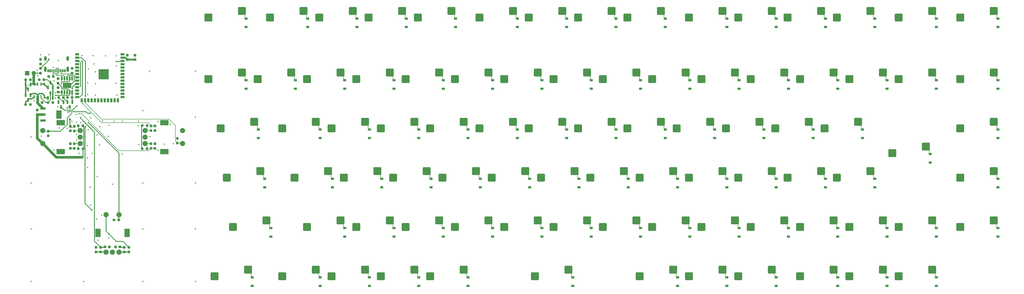
<source format=gbr>
%TF.GenerationSoftware,KiCad,Pcbnew,8.0.5*%
%TF.CreationDate,2025-01-01T22:16:47+09:00*%
%TF.ProjectId,Davinci-Keyboard,44617669-6e63-4692-9d4b-6579626f6172,rev?*%
%TF.SameCoordinates,Original*%
%TF.FileFunction,Copper,L2,Bot*%
%TF.FilePolarity,Positive*%
%FSLAX46Y46*%
G04 Gerber Fmt 4.6, Leading zero omitted, Abs format (unit mm)*
G04 Created by KiCad (PCBNEW 8.0.5) date 2025-01-01 22:16:47*
%MOMM*%
%LPD*%
G01*
G04 APERTURE LIST*
G04 Aperture macros list*
%AMRoundRect*
0 Rectangle with rounded corners*
0 $1 Rounding radius*
0 $2 $3 $4 $5 $6 $7 $8 $9 X,Y pos of 4 corners*
0 Add a 4 corners polygon primitive as box body*
4,1,4,$2,$3,$4,$5,$6,$7,$8,$9,$2,$3,0*
0 Add four circle primitives for the rounded corners*
1,1,$1+$1,$2,$3*
1,1,$1+$1,$4,$5*
1,1,$1+$1,$6,$7*
1,1,$1+$1,$8,$9*
0 Add four rect primitives between the rounded corners*
20,1,$1+$1,$2,$3,$4,$5,0*
20,1,$1+$1,$4,$5,$6,$7,0*
20,1,$1+$1,$6,$7,$8,$9,0*
20,1,$1+$1,$8,$9,$2,$3,0*%
G04 Aperture macros list end*
%TA.AperFunction,SMDPad,CuDef*%
%ADD10RoundRect,0.249000X1.251000X1.251000X-1.251000X1.251000X-1.251000X-1.251000X1.251000X-1.251000X0*%
%TD*%
%TA.AperFunction,ComponentPad*%
%ADD11C,0.500000*%
%TD*%
%TA.AperFunction,SMDPad,CuDef*%
%ADD12RoundRect,0.225000X-0.375000X0.225000X-0.375000X-0.225000X0.375000X-0.225000X0.375000X0.225000X0*%
%TD*%
%TA.AperFunction,SMDPad,CuDef*%
%ADD13RoundRect,0.225000X0.375000X-0.225000X0.375000X0.225000X-0.375000X0.225000X-0.375000X-0.225000X0*%
%TD*%
%TA.AperFunction,ComponentPad*%
%ADD14C,2.000000*%
%TD*%
%TA.AperFunction,ComponentPad*%
%ADD15R,3.200000X2.000000*%
%TD*%
%TA.AperFunction,ComponentPad*%
%ADD16R,2.000000X3.200000*%
%TD*%
%TA.AperFunction,SMDPad,CuDef*%
%ADD17RoundRect,0.237500X-0.250000X-0.237500X0.250000X-0.237500X0.250000X0.237500X-0.250000X0.237500X0*%
%TD*%
%TA.AperFunction,SMDPad,CuDef*%
%ADD18RoundRect,0.150000X-0.150000X0.587500X-0.150000X-0.587500X0.150000X-0.587500X0.150000X0.587500X0*%
%TD*%
%TA.AperFunction,SMDPad,CuDef*%
%ADD19RoundRect,0.237500X-0.237500X0.250000X-0.237500X-0.250000X0.237500X-0.250000X0.237500X0.250000X0*%
%TD*%
%TA.AperFunction,SMDPad,CuDef*%
%ADD20RoundRect,0.237500X0.237500X-0.300000X0.237500X0.300000X-0.237500X0.300000X-0.237500X-0.300000X0*%
%TD*%
%TA.AperFunction,SMDPad,CuDef*%
%ADD21RoundRect,0.237500X0.237500X-0.250000X0.237500X0.250000X-0.237500X0.250000X-0.237500X-0.250000X0*%
%TD*%
%TA.AperFunction,ComponentPad*%
%ADD22O,1.000000X2.100000*%
%TD*%
%TA.AperFunction,ComponentPad*%
%ADD23O,1.000000X1.800000*%
%TD*%
%TA.AperFunction,SMDPad,CuDef*%
%ADD24RoundRect,0.150000X-0.150000X-0.425000X0.150000X-0.425000X0.150000X0.425000X-0.150000X0.425000X0*%
%TD*%
%TA.AperFunction,SMDPad,CuDef*%
%ADD25RoundRect,0.075000X-0.075000X-0.500000X0.075000X-0.500000X0.075000X0.500000X-0.075000X0.500000X0*%
%TD*%
%TA.AperFunction,SMDPad,CuDef*%
%ADD26RoundRect,0.237500X-0.237500X0.300000X-0.237500X-0.300000X0.237500X-0.300000X0.237500X0.300000X0*%
%TD*%
%TA.AperFunction,SMDPad,CuDef*%
%ADD27R,2.066000X3.201599*%
%TD*%
%TA.AperFunction,SMDPad,CuDef*%
%ADD28R,2.066000X0.901600*%
%TD*%
%TA.AperFunction,HeatsinkPad*%
%ADD29R,3.300000X2.100000*%
%TD*%
%TA.AperFunction,SMDPad,CuDef*%
%ADD30RoundRect,0.150000X-0.150000X0.687500X-0.150000X-0.687500X0.150000X-0.687500X0.150000X0.687500X0*%
%TD*%
%TA.AperFunction,SMDPad,CuDef*%
%ADD31RoundRect,0.237500X0.250000X0.237500X-0.250000X0.237500X-0.250000X-0.237500X0.250000X-0.237500X0*%
%TD*%
%TA.AperFunction,SMDPad,CuDef*%
%ADD32R,0.431800X1.447800*%
%TD*%
%TA.AperFunction,SMDPad,CuDef*%
%ADD33RoundRect,0.237500X-0.300000X-0.237500X0.300000X-0.237500X0.300000X0.237500X-0.300000X0.237500X0*%
%TD*%
%TA.AperFunction,SMDPad,CuDef*%
%ADD34RoundRect,0.150000X0.150000X-0.587500X0.150000X0.587500X-0.150000X0.587500X-0.150000X-0.587500X0*%
%TD*%
%TA.AperFunction,ComponentPad*%
%ADD35O,1.700000X1.700000*%
%TD*%
%TA.AperFunction,ComponentPad*%
%ADD36R,1.700000X1.700000*%
%TD*%
%TA.AperFunction,SMDPad,CuDef*%
%ADD37RoundRect,0.237500X0.300000X0.237500X-0.300000X0.237500X-0.300000X-0.237500X0.300000X-0.237500X0*%
%TD*%
%TA.AperFunction,HeatsinkPad*%
%ADD38C,0.600000*%
%TD*%
%TA.AperFunction,SMDPad,CuDef*%
%ADD39R,3.900000X3.900000*%
%TD*%
%TA.AperFunction,SMDPad,CuDef*%
%ADD40R,1.500000X0.900000*%
%TD*%
%TA.AperFunction,SMDPad,CuDef*%
%ADD41R,0.900000X1.500000*%
%TD*%
%TA.AperFunction,ViaPad*%
%ADD42C,0.500000*%
%TD*%
%TA.AperFunction,ViaPad*%
%ADD43C,0.600000*%
%TD*%
%TA.AperFunction,ViaPad*%
%ADD44C,0.800000*%
%TD*%
%TA.AperFunction,Conductor*%
%ADD45C,0.200000*%
%TD*%
%TA.AperFunction,Conductor*%
%ADD46C,0.300000*%
%TD*%
%TA.AperFunction,Conductor*%
%ADD47C,1.000000*%
%TD*%
%TA.AperFunction,Conductor*%
%ADD48C,0.700000*%
%TD*%
%TA.AperFunction,Conductor*%
%ADD49C,0.500000*%
%TD*%
%TA.AperFunction,Conductor*%
%ADD50C,0.250000*%
%TD*%
G04 APERTURE END LIST*
D10*
%TO.P,SW87,1,1*%
%TO.N,/ESP32-S3/IO16*%
X367485000Y-139630000D03*
%TO.P,SW87,2,2*%
%TO.N,Net-(D82-A)*%
X380435000Y-137090000D03*
D11*
%TO.P,SW87,1,1*%
%TO.N,/ESP32-S3/IO16*%
X366285000Y-138430000D03*
X368685000Y-138430000D03*
X366285000Y-140830000D03*
X368685000Y-140830000D03*
%TO.P,SW87,2,2*%
%TO.N,Net-(D82-A)*%
X379235000Y-135890000D03*
X381635000Y-135890000D03*
X379235000Y-138290000D03*
X381635000Y-138290000D03*
%TD*%
D10*
%TO.P,SW86,1,1*%
%TO.N,/ESP32-S3/IO16*%
X348435000Y-139630000D03*
%TO.P,SW86,2,2*%
%TO.N,Net-(D90-K)*%
X361385000Y-137090000D03*
D11*
%TO.P,SW86,1,1*%
%TO.N,/ESP32-S3/IO16*%
X347235000Y-138430000D03*
X349635000Y-138430000D03*
X347235000Y-140830000D03*
X349635000Y-140830000D03*
%TO.P,SW86,2,2*%
%TO.N,Net-(D90-K)*%
X360185000Y-135890000D03*
X362585000Y-135890000D03*
X360185000Y-138290000D03*
X362585000Y-138290000D03*
%TD*%
D10*
%TO.P,SW85,1,1*%
%TO.N,/ESP32-S3/IO16*%
X329385000Y-139630000D03*
%TO.P,SW85,2,2*%
%TO.N,Net-(D81-A)*%
X342335000Y-137090000D03*
D11*
%TO.P,SW85,1,1*%
%TO.N,/ESP32-S3/IO16*%
X328185000Y-138430000D03*
X330585000Y-138430000D03*
X328185000Y-140830000D03*
X330585000Y-140830000D03*
%TO.P,SW85,2,2*%
%TO.N,Net-(D81-A)*%
X341135000Y-135890000D03*
X343535000Y-135890000D03*
X341135000Y-138290000D03*
X343535000Y-138290000D03*
%TD*%
D10*
%TO.P,SW84,1,1*%
%TO.N,/ESP32-S3/IO16*%
X305572500Y-139630000D03*
%TO.P,SW84,2,2*%
%TO.N,Net-(D89-K)*%
X318522500Y-137090000D03*
D11*
%TO.P,SW84,1,1*%
%TO.N,/ESP32-S3/IO16*%
X304372500Y-138430000D03*
X306772500Y-138430000D03*
X304372500Y-140830000D03*
X306772500Y-140830000D03*
%TO.P,SW84,2,2*%
%TO.N,Net-(D89-K)*%
X317322500Y-135890000D03*
X319722500Y-135890000D03*
X317322500Y-138290000D03*
X319722500Y-138290000D03*
%TD*%
D10*
%TO.P,SW83,1,1*%
%TO.N,/ESP32-S3/IO16*%
X286522500Y-139630000D03*
%TO.P,SW83,2,2*%
%TO.N,Net-(D80-A)*%
X299472500Y-137090000D03*
D11*
%TO.P,SW83,1,1*%
%TO.N,/ESP32-S3/IO16*%
X285322500Y-138430000D03*
X287722500Y-138430000D03*
X285322500Y-140830000D03*
X287722500Y-140830000D03*
%TO.P,SW83,2,2*%
%TO.N,Net-(D80-A)*%
X298272500Y-135890000D03*
X300672500Y-135890000D03*
X298272500Y-138290000D03*
X300672500Y-138290000D03*
%TD*%
D10*
%TO.P,SW82,1,1*%
%TO.N,/ESP32-S3/IO16*%
X267472500Y-139630000D03*
%TO.P,SW82,2,2*%
%TO.N,Net-(D88-K)*%
X280422500Y-137090000D03*
D11*
%TO.P,SW82,1,1*%
%TO.N,/ESP32-S3/IO16*%
X266272500Y-138430000D03*
X268672500Y-138430000D03*
X266272500Y-140830000D03*
X268672500Y-140830000D03*
%TO.P,SW82,2,2*%
%TO.N,Net-(D88-K)*%
X279222500Y-135890000D03*
X281622500Y-135890000D03*
X279222500Y-138290000D03*
X281622500Y-138290000D03*
%TD*%
D10*
%TO.P,SW81,1,1*%
%TO.N,/ESP32-S3/IO16*%
X226991250Y-139630000D03*
%TO.P,SW81,2,2*%
%TO.N,Net-(D79-A)*%
X239941250Y-137090000D03*
D11*
%TO.P,SW81,1,1*%
%TO.N,/ESP32-S3/IO16*%
X225791250Y-138430000D03*
X228191250Y-138430000D03*
X225791250Y-140830000D03*
X228191250Y-140830000D03*
%TO.P,SW81,2,2*%
%TO.N,Net-(D79-A)*%
X238741250Y-135890000D03*
X241141250Y-135890000D03*
X238741250Y-138290000D03*
X241141250Y-138290000D03*
%TD*%
D10*
%TO.P,SW80,1,1*%
%TO.N,/ESP32-S3/IO16*%
X186510000Y-139630000D03*
%TO.P,SW80,2,2*%
%TO.N,Net-(D87-K)*%
X199460000Y-137090000D03*
D11*
%TO.P,SW80,1,1*%
%TO.N,/ESP32-S3/IO16*%
X185310000Y-138430000D03*
X187710000Y-138430000D03*
X185310000Y-140830000D03*
X187710000Y-140830000D03*
%TO.P,SW80,2,2*%
%TO.N,Net-(D87-K)*%
X198260000Y-135890000D03*
X200660000Y-135890000D03*
X198260000Y-138290000D03*
X200660000Y-138290000D03*
%TD*%
D10*
%TO.P,SW79,1,1*%
%TO.N,/ESP32-S3/IO16*%
X167460000Y-139630000D03*
%TO.P,SW79,2,2*%
%TO.N,Net-(D78-A)*%
X180410000Y-137090000D03*
D11*
%TO.P,SW79,1,1*%
%TO.N,/ESP32-S3/IO16*%
X166260000Y-138430000D03*
X168660000Y-138430000D03*
X166260000Y-140830000D03*
X168660000Y-140830000D03*
%TO.P,SW79,2,2*%
%TO.N,Net-(D78-A)*%
X179210000Y-135890000D03*
X181610000Y-135890000D03*
X179210000Y-138290000D03*
X181610000Y-138290000D03*
%TD*%
D10*
%TO.P,SW78,1,1*%
%TO.N,/ESP32-S3/IO16*%
X148410000Y-139630000D03*
%TO.P,SW78,2,2*%
%TO.N,Net-(D86-K)*%
X161360000Y-137090000D03*
D11*
%TO.P,SW78,1,1*%
%TO.N,/ESP32-S3/IO16*%
X147210000Y-138430000D03*
X149610000Y-138430000D03*
X147210000Y-140830000D03*
X149610000Y-140830000D03*
%TO.P,SW78,2,2*%
%TO.N,Net-(D86-K)*%
X160160000Y-135890000D03*
X162560000Y-135890000D03*
X160160000Y-138290000D03*
X162560000Y-138290000D03*
%TD*%
D10*
%TO.P,SW77,1,1*%
%TO.N,/ESP32-S3/IO16*%
X129360000Y-139630000D03*
%TO.P,SW77,2,2*%
%TO.N,Net-(D77-A)*%
X142310000Y-137090000D03*
D11*
%TO.P,SW77,1,1*%
%TO.N,/ESP32-S3/IO16*%
X128160000Y-138430000D03*
X130560000Y-138430000D03*
X128160000Y-140830000D03*
X130560000Y-140830000D03*
%TO.P,SW77,2,2*%
%TO.N,Net-(D77-A)*%
X141110000Y-135890000D03*
X143510000Y-135890000D03*
X141110000Y-138290000D03*
X143510000Y-138290000D03*
%TD*%
D10*
%TO.P,SW76,1,1*%
%TO.N,/ESP32-S3/IO16*%
X103166250Y-139630000D03*
%TO.P,SW76,2,2*%
%TO.N,Net-(D85-K)*%
X116116250Y-137090000D03*
D11*
%TO.P,SW76,1,1*%
%TO.N,/ESP32-S3/IO16*%
X101966250Y-138430000D03*
X104366250Y-138430000D03*
X101966250Y-140830000D03*
X104366250Y-140830000D03*
%TO.P,SW76,2,2*%
%TO.N,Net-(D85-K)*%
X114916250Y-135890000D03*
X117316250Y-135890000D03*
X114916250Y-138290000D03*
X117316250Y-138290000D03*
%TD*%
D10*
%TO.P,SW75,1,1*%
%TO.N,/ESP32-S3/IO16*%
X391297500Y-120580000D03*
%TO.P,SW75,2,2*%
%TO.N,Net-(D76-A)*%
X404247500Y-118040000D03*
D11*
%TO.P,SW75,1,1*%
%TO.N,/ESP32-S3/IO16*%
X390097500Y-119380000D03*
X392497500Y-119380000D03*
X390097500Y-121780000D03*
X392497500Y-121780000D03*
%TO.P,SW75,2,2*%
%TO.N,Net-(D76-A)*%
X403047500Y-116840000D03*
X405447500Y-116840000D03*
X403047500Y-119240000D03*
X405447500Y-119240000D03*
%TD*%
D10*
%TO.P,SW74,1,1*%
%TO.N,/ESP32-S3/IO16*%
X367485000Y-120580000D03*
%TO.P,SW74,2,2*%
%TO.N,Net-(D84-K)*%
X380435000Y-118040000D03*
D11*
%TO.P,SW74,1,1*%
%TO.N,/ESP32-S3/IO16*%
X366285000Y-119380000D03*
X368685000Y-119380000D03*
X366285000Y-121780000D03*
X368685000Y-121780000D03*
%TO.P,SW74,2,2*%
%TO.N,Net-(D84-K)*%
X379235000Y-116840000D03*
X381635000Y-116840000D03*
X379235000Y-119240000D03*
X381635000Y-119240000D03*
%TD*%
D10*
%TO.P,SW73,1,1*%
%TO.N,/ESP32-S3/IO15*%
X348435000Y-120580000D03*
%TO.P,SW73,2,2*%
%TO.N,Net-(D68-A)*%
X361385000Y-118040000D03*
D11*
%TO.P,SW73,1,1*%
%TO.N,/ESP32-S3/IO15*%
X347235000Y-119380000D03*
X349635000Y-119380000D03*
X347235000Y-121780000D03*
X349635000Y-121780000D03*
%TO.P,SW73,2,2*%
%TO.N,Net-(D68-A)*%
X360185000Y-116840000D03*
X362585000Y-116840000D03*
X360185000Y-119240000D03*
X362585000Y-119240000D03*
%TD*%
D10*
%TO.P,SW72,1,1*%
%TO.N,/ESP32-S3/IO15*%
X329385000Y-120580000D03*
%TO.P,SW72,2,2*%
%TO.N,Net-(D67-A)*%
X342335000Y-118040000D03*
D11*
%TO.P,SW72,1,1*%
%TO.N,/ESP32-S3/IO15*%
X328185000Y-119380000D03*
X330585000Y-119380000D03*
X328185000Y-121780000D03*
X330585000Y-121780000D03*
%TO.P,SW72,2,2*%
%TO.N,Net-(D67-A)*%
X341135000Y-116840000D03*
X343535000Y-116840000D03*
X341135000Y-119240000D03*
X343535000Y-119240000D03*
%TD*%
D10*
%TO.P,SW71,1,1*%
%TO.N,/ESP32-S3/IO15*%
X310335000Y-120580000D03*
%TO.P,SW71,2,2*%
%TO.N,Net-(D75-K)*%
X323285000Y-118040000D03*
D11*
%TO.P,SW71,1,1*%
%TO.N,/ESP32-S3/IO15*%
X309135000Y-119380000D03*
X311535000Y-119380000D03*
X309135000Y-121780000D03*
X311535000Y-121780000D03*
%TO.P,SW71,2,2*%
%TO.N,Net-(D75-K)*%
X322085000Y-116840000D03*
X324485000Y-116840000D03*
X322085000Y-119240000D03*
X324485000Y-119240000D03*
%TD*%
D10*
%TO.P,SW70,1,1*%
%TO.N,/ESP32-S3/IO15*%
X291285000Y-120580000D03*
%TO.P,SW70,2,2*%
%TO.N,Net-(D66-A)*%
X304235000Y-118040000D03*
D11*
%TO.P,SW70,1,1*%
%TO.N,/ESP32-S3/IO15*%
X290085000Y-119380000D03*
X292485000Y-119380000D03*
X290085000Y-121780000D03*
X292485000Y-121780000D03*
%TO.P,SW70,2,2*%
%TO.N,Net-(D66-A)*%
X303035000Y-116840000D03*
X305435000Y-116840000D03*
X303035000Y-119240000D03*
X305435000Y-119240000D03*
%TD*%
D10*
%TO.P,SW69,1,1*%
%TO.N,/ESP32-S3/IO15*%
X272235000Y-120580000D03*
%TO.P,SW69,2,2*%
%TO.N,Net-(D74-K)*%
X285185000Y-118040000D03*
D11*
%TO.P,SW69,1,1*%
%TO.N,/ESP32-S3/IO15*%
X271035000Y-119380000D03*
X273435000Y-119380000D03*
X271035000Y-121780000D03*
X273435000Y-121780000D03*
%TO.P,SW69,2,2*%
%TO.N,Net-(D74-K)*%
X283985000Y-116840000D03*
X286385000Y-116840000D03*
X283985000Y-119240000D03*
X286385000Y-119240000D03*
%TD*%
D10*
%TO.P,SW68,1,1*%
%TO.N,/ESP32-S3/IO15*%
X253185000Y-120580000D03*
%TO.P,SW68,2,2*%
%TO.N,Net-(D65-A)*%
X266135000Y-118040000D03*
D11*
%TO.P,SW68,1,1*%
%TO.N,/ESP32-S3/IO15*%
X251985000Y-119380000D03*
X254385000Y-119380000D03*
X251985000Y-121780000D03*
X254385000Y-121780000D03*
%TO.P,SW68,2,2*%
%TO.N,Net-(D65-A)*%
X264935000Y-116840000D03*
X267335000Y-116840000D03*
X264935000Y-119240000D03*
X267335000Y-119240000D03*
%TD*%
D10*
%TO.P,SW67,1,1*%
%TO.N,/ESP32-S3/IO15*%
X234135000Y-120580000D03*
%TO.P,SW67,2,2*%
%TO.N,Net-(D73-K)*%
X247085000Y-118040000D03*
D11*
%TO.P,SW67,1,1*%
%TO.N,/ESP32-S3/IO15*%
X232935000Y-119380000D03*
X235335000Y-119380000D03*
X232935000Y-121780000D03*
X235335000Y-121780000D03*
%TO.P,SW67,2,2*%
%TO.N,Net-(D73-K)*%
X245885000Y-116840000D03*
X248285000Y-116840000D03*
X245885000Y-119240000D03*
X248285000Y-119240000D03*
%TD*%
D10*
%TO.P,SW66,1,1*%
%TO.N,/ESP32-S3/IO15*%
X215085000Y-120580000D03*
%TO.P,SW66,2,2*%
%TO.N,Net-(D64-A)*%
X228035000Y-118040000D03*
D11*
%TO.P,SW66,1,1*%
%TO.N,/ESP32-S3/IO15*%
X213885000Y-119380000D03*
X216285000Y-119380000D03*
X213885000Y-121780000D03*
X216285000Y-121780000D03*
%TO.P,SW66,2,2*%
%TO.N,Net-(D64-A)*%
X226835000Y-116840000D03*
X229235000Y-116840000D03*
X226835000Y-119240000D03*
X229235000Y-119240000D03*
%TD*%
D10*
%TO.P,SW65,1,1*%
%TO.N,/ESP32-S3/IO15*%
X196035000Y-120580000D03*
%TO.P,SW65,2,2*%
%TO.N,Net-(D72-K)*%
X208985000Y-118040000D03*
D11*
%TO.P,SW65,1,1*%
%TO.N,/ESP32-S3/IO15*%
X194835000Y-119380000D03*
X197235000Y-119380000D03*
X194835000Y-121780000D03*
X197235000Y-121780000D03*
%TO.P,SW65,2,2*%
%TO.N,Net-(D72-K)*%
X207785000Y-116840000D03*
X210185000Y-116840000D03*
X207785000Y-119240000D03*
X210185000Y-119240000D03*
%TD*%
D10*
%TO.P,SW64,1,1*%
%TO.N,/ESP32-S3/IO15*%
X176985000Y-120580000D03*
%TO.P,SW64,2,2*%
%TO.N,Net-(D63-A)*%
X189935000Y-118040000D03*
D11*
%TO.P,SW64,1,1*%
%TO.N,/ESP32-S3/IO15*%
X175785000Y-119380000D03*
X178185000Y-119380000D03*
X175785000Y-121780000D03*
X178185000Y-121780000D03*
%TO.P,SW64,2,2*%
%TO.N,Net-(D63-A)*%
X188735000Y-116840000D03*
X191135000Y-116840000D03*
X188735000Y-119240000D03*
X191135000Y-119240000D03*
%TD*%
D10*
%TO.P,SW63,1,1*%
%TO.N,/ESP32-S3/IO15*%
X157935000Y-120580000D03*
%TO.P,SW63,2,2*%
%TO.N,Net-(D71-K)*%
X170885000Y-118040000D03*
D11*
%TO.P,SW63,1,1*%
%TO.N,/ESP32-S3/IO15*%
X156735000Y-119380000D03*
X159135000Y-119380000D03*
X156735000Y-121780000D03*
X159135000Y-121780000D03*
%TO.P,SW63,2,2*%
%TO.N,Net-(D71-K)*%
X169685000Y-116840000D03*
X172085000Y-116840000D03*
X169685000Y-119240000D03*
X172085000Y-119240000D03*
%TD*%
D10*
%TO.P,SW62,1,1*%
%TO.N,/ESP32-S3/IO15*%
X138885000Y-120580000D03*
%TO.P,SW62,2,2*%
%TO.N,Net-(D62-A)*%
X151835000Y-118040000D03*
D11*
%TO.P,SW62,1,1*%
%TO.N,/ESP32-S3/IO15*%
X137685000Y-119380000D03*
X140085000Y-119380000D03*
X137685000Y-121780000D03*
X140085000Y-121780000D03*
%TO.P,SW62,2,2*%
%TO.N,Net-(D62-A)*%
X150635000Y-116840000D03*
X153035000Y-116840000D03*
X150635000Y-119240000D03*
X153035000Y-119240000D03*
%TD*%
D10*
%TO.P,SW61,1,1*%
%TO.N,/ESP32-S3/IO15*%
X110310000Y-120580000D03*
%TO.P,SW61,2,2*%
%TO.N,Net-(D70-K)*%
X123260000Y-118040000D03*
D11*
%TO.P,SW61,1,1*%
%TO.N,/ESP32-S3/IO15*%
X109110000Y-119380000D03*
X111510000Y-119380000D03*
X109110000Y-121780000D03*
X111510000Y-121780000D03*
%TO.P,SW61,2,2*%
%TO.N,Net-(D70-K)*%
X122060000Y-116840000D03*
X124460000Y-116840000D03*
X122060000Y-119240000D03*
X124460000Y-119240000D03*
%TD*%
D10*
%TO.P,SW60,1,1*%
%TO.N,/ESP32-S3/IO15*%
X391297500Y-101530000D03*
%TO.P,SW60,2,2*%
%TO.N,Net-(D61-A)*%
X404247500Y-98990000D03*
D11*
%TO.P,SW60,1,1*%
%TO.N,/ESP32-S3/IO15*%
X390097500Y-100330000D03*
X392497500Y-100330000D03*
X390097500Y-102730000D03*
X392497500Y-102730000D03*
%TO.P,SW60,2,2*%
%TO.N,Net-(D61-A)*%
X403047500Y-97790000D03*
X405447500Y-97790000D03*
X403047500Y-100190000D03*
X405447500Y-100190000D03*
%TD*%
D10*
%TO.P,SW59,1,1*%
%TO.N,/ESP32-S3/IO15*%
X343672500Y-101530000D03*
%TO.P,SW59,2,2*%
%TO.N,Net-(D69-K)*%
X356622500Y-98990000D03*
D11*
%TO.P,SW59,1,1*%
%TO.N,/ESP32-S3/IO15*%
X342472500Y-100330000D03*
X344872500Y-100330000D03*
X342472500Y-102730000D03*
X344872500Y-102730000D03*
%TO.P,SW59,2,2*%
%TO.N,Net-(D69-K)*%
X355422500Y-97790000D03*
X357822500Y-97790000D03*
X355422500Y-100190000D03*
X357822500Y-100190000D03*
%TD*%
D10*
%TO.P,SW58,1,1*%
%TO.N,/ESP32-S3/IO7*%
X324622500Y-101530000D03*
%TO.P,SW58,2,2*%
%TO.N,Net-(D53-A)*%
X337572500Y-98990000D03*
D11*
%TO.P,SW58,1,1*%
%TO.N,/ESP32-S3/IO7*%
X323422500Y-100330000D03*
X325822500Y-100330000D03*
X323422500Y-102730000D03*
X325822500Y-102730000D03*
%TO.P,SW58,2,2*%
%TO.N,Net-(D53-A)*%
X336372500Y-97790000D03*
X338772500Y-97790000D03*
X336372500Y-100190000D03*
X338772500Y-100190000D03*
%TD*%
D10*
%TO.P,SW57,1,1*%
%TO.N,/ESP32-S3/IO7*%
X305572500Y-101530000D03*
%TO.P,SW57,2,2*%
%TO.N,Net-(D52-A)*%
X318522500Y-98990000D03*
D11*
%TO.P,SW57,1,1*%
%TO.N,/ESP32-S3/IO7*%
X304372500Y-100330000D03*
X306772500Y-100330000D03*
X304372500Y-102730000D03*
X306772500Y-102730000D03*
%TO.P,SW57,2,2*%
%TO.N,Net-(D52-A)*%
X317322500Y-97790000D03*
X319722500Y-97790000D03*
X317322500Y-100190000D03*
X319722500Y-100190000D03*
%TD*%
D10*
%TO.P,SW56,1,1*%
%TO.N,/ESP32-S3/IO7*%
X286522500Y-101530000D03*
%TO.P,SW56,2,2*%
%TO.N,Net-(D60-K)*%
X299472500Y-98990000D03*
D11*
%TO.P,SW56,1,1*%
%TO.N,/ESP32-S3/IO7*%
X285322500Y-100330000D03*
X287722500Y-100330000D03*
X285322500Y-102730000D03*
X287722500Y-102730000D03*
%TO.P,SW56,2,2*%
%TO.N,Net-(D60-K)*%
X298272500Y-97790000D03*
X300672500Y-97790000D03*
X298272500Y-100190000D03*
X300672500Y-100190000D03*
%TD*%
D10*
%TO.P,SW55,1,1*%
%TO.N,/ESP32-S3/IO7*%
X267472500Y-101530000D03*
%TO.P,SW55,2,2*%
%TO.N,Net-(D51-A)*%
X280422500Y-98990000D03*
D11*
%TO.P,SW55,1,1*%
%TO.N,/ESP32-S3/IO7*%
X266272500Y-100330000D03*
X268672500Y-100330000D03*
X266272500Y-102730000D03*
X268672500Y-102730000D03*
%TO.P,SW55,2,2*%
%TO.N,Net-(D51-A)*%
X279222500Y-97790000D03*
X281622500Y-97790000D03*
X279222500Y-100190000D03*
X281622500Y-100190000D03*
%TD*%
D10*
%TO.P,SW54,1,1*%
%TO.N,/ESP32-S3/IO7*%
X248422500Y-101530000D03*
%TO.P,SW54,2,2*%
%TO.N,Net-(D59-K)*%
X261372500Y-98990000D03*
D11*
%TO.P,SW54,1,1*%
%TO.N,/ESP32-S3/IO7*%
X247222500Y-100330000D03*
X249622500Y-100330000D03*
X247222500Y-102730000D03*
X249622500Y-102730000D03*
%TO.P,SW54,2,2*%
%TO.N,Net-(D59-K)*%
X260172500Y-97790000D03*
X262572500Y-97790000D03*
X260172500Y-100190000D03*
X262572500Y-100190000D03*
%TD*%
D10*
%TO.P,SW53,1,1*%
%TO.N,/ESP32-S3/IO7*%
X229372500Y-101530000D03*
%TO.P,SW53,2,2*%
%TO.N,Net-(D50-A)*%
X242322500Y-98990000D03*
D11*
%TO.P,SW53,1,1*%
%TO.N,/ESP32-S3/IO7*%
X228172500Y-100330000D03*
X230572500Y-100330000D03*
X228172500Y-102730000D03*
X230572500Y-102730000D03*
%TO.P,SW53,2,2*%
%TO.N,Net-(D50-A)*%
X241122500Y-97790000D03*
X243522500Y-97790000D03*
X241122500Y-100190000D03*
X243522500Y-100190000D03*
%TD*%
D10*
%TO.P,SW52,1,1*%
%TO.N,/ESP32-S3/IO7*%
X210322500Y-101530000D03*
%TO.P,SW52,2,2*%
%TO.N,Net-(D58-K)*%
X223272500Y-98990000D03*
D11*
%TO.P,SW52,1,1*%
%TO.N,/ESP32-S3/IO7*%
X209122500Y-100330000D03*
X211522500Y-100330000D03*
X209122500Y-102730000D03*
X211522500Y-102730000D03*
%TO.P,SW52,2,2*%
%TO.N,Net-(D58-K)*%
X222072500Y-97790000D03*
X224472500Y-97790000D03*
X222072500Y-100190000D03*
X224472500Y-100190000D03*
%TD*%
D10*
%TO.P,SW51,1,1*%
%TO.N,/ESP32-S3/IO7*%
X191272500Y-101530000D03*
%TO.P,SW51,2,2*%
%TO.N,Net-(D49-A)*%
X204222500Y-98990000D03*
D11*
%TO.P,SW51,1,1*%
%TO.N,/ESP32-S3/IO7*%
X190072500Y-100330000D03*
X192472500Y-100330000D03*
X190072500Y-102730000D03*
X192472500Y-102730000D03*
%TO.P,SW51,2,2*%
%TO.N,Net-(D49-A)*%
X203022500Y-97790000D03*
X205422500Y-97790000D03*
X203022500Y-100190000D03*
X205422500Y-100190000D03*
%TD*%
D10*
%TO.P,SW50,1,1*%
%TO.N,/ESP32-S3/IO7*%
X172222500Y-101530000D03*
%TO.P,SW50,2,2*%
%TO.N,Net-(D57-K)*%
X185172500Y-98990000D03*
D11*
%TO.P,SW50,1,1*%
%TO.N,/ESP32-S3/IO7*%
X171022500Y-100330000D03*
X173422500Y-100330000D03*
X171022500Y-102730000D03*
X173422500Y-102730000D03*
%TO.P,SW50,2,2*%
%TO.N,Net-(D57-K)*%
X183972500Y-97790000D03*
X186372500Y-97790000D03*
X183972500Y-100190000D03*
X186372500Y-100190000D03*
%TD*%
D10*
%TO.P,SW49,1,1*%
%TO.N,/ESP32-S3/IO7*%
X153172500Y-101530000D03*
%TO.P,SW49,2,2*%
%TO.N,Net-(D48-A)*%
X166122500Y-98990000D03*
D11*
%TO.P,SW49,1,1*%
%TO.N,/ESP32-S3/IO7*%
X151972500Y-100330000D03*
X154372500Y-100330000D03*
X151972500Y-102730000D03*
X154372500Y-102730000D03*
%TO.P,SW49,2,2*%
%TO.N,Net-(D48-A)*%
X164922500Y-97790000D03*
X167322500Y-97790000D03*
X164922500Y-100190000D03*
X167322500Y-100190000D03*
%TD*%
D10*
%TO.P,SW48,1,1*%
%TO.N,/ESP32-S3/IO7*%
X134122500Y-101530000D03*
%TO.P,SW48,2,2*%
%TO.N,Net-(D56-K)*%
X147072500Y-98990000D03*
D11*
%TO.P,SW48,1,1*%
%TO.N,/ESP32-S3/IO7*%
X132922500Y-100330000D03*
X135322500Y-100330000D03*
X132922500Y-102730000D03*
X135322500Y-102730000D03*
%TO.P,SW48,2,2*%
%TO.N,Net-(D56-K)*%
X145872500Y-97790000D03*
X148272500Y-97790000D03*
X145872500Y-100190000D03*
X148272500Y-100190000D03*
%TD*%
D10*
%TO.P,SW47,1,1*%
%TO.N,/ESP32-S3/IO7*%
X107928750Y-101530000D03*
%TO.P,SW47,2,2*%
%TO.N,Net-(D47-A)*%
X120878750Y-98990000D03*
D11*
%TO.P,SW47,1,1*%
%TO.N,/ESP32-S3/IO7*%
X106728750Y-100330000D03*
X109128750Y-100330000D03*
X106728750Y-102730000D03*
X109128750Y-102730000D03*
%TO.P,SW47,2,2*%
%TO.N,Net-(D47-A)*%
X119678750Y-97790000D03*
X122078750Y-97790000D03*
X119678750Y-100190000D03*
X122078750Y-100190000D03*
%TD*%
D10*
%TO.P,SW46,1,1*%
%TO.N,/ESP32-S3/IO7*%
X391297500Y-82480000D03*
%TO.P,SW46,2,2*%
%TO.N,Net-(D55-K)*%
X404247500Y-79940000D03*
D11*
%TO.P,SW46,1,1*%
%TO.N,/ESP32-S3/IO7*%
X390097500Y-81280000D03*
X392497500Y-81280000D03*
X390097500Y-83680000D03*
X392497500Y-83680000D03*
%TO.P,SW46,2,2*%
%TO.N,Net-(D55-K)*%
X403047500Y-78740000D03*
X405447500Y-78740000D03*
X403047500Y-81140000D03*
X405447500Y-81140000D03*
%TD*%
D10*
%TO.P,SW45,1,1*%
%TO.N,/ESP32-S3/IO7*%
X365103750Y-92005000D03*
%TO.P,SW45,2,2*%
%TO.N,Net-(D46-A)*%
X378053750Y-89465000D03*
D11*
%TO.P,SW45,1,1*%
%TO.N,/ESP32-S3/IO7*%
X363903750Y-90805000D03*
X366303750Y-90805000D03*
X363903750Y-93205000D03*
X366303750Y-93205000D03*
%TO.P,SW45,2,2*%
%TO.N,Net-(D46-A)*%
X376853750Y-88265000D03*
X379253750Y-88265000D03*
X376853750Y-90665000D03*
X379253750Y-90665000D03*
%TD*%
D10*
%TO.P,SW44,1,1*%
%TO.N,/ESP32-S3/IO7*%
X338910000Y-82480000D03*
%TO.P,SW44,2,2*%
%TO.N,Net-(D54-K)*%
X351860000Y-79940000D03*
D11*
%TO.P,SW44,1,1*%
%TO.N,/ESP32-S3/IO7*%
X337710000Y-81280000D03*
X340110000Y-81280000D03*
X337710000Y-83680000D03*
X340110000Y-83680000D03*
%TO.P,SW44,2,2*%
%TO.N,Net-(D54-K)*%
X350660000Y-78740000D03*
X353060000Y-78740000D03*
X350660000Y-81140000D03*
X353060000Y-81140000D03*
%TD*%
D10*
%TO.P,SW43,1,1*%
%TO.N,/ESP32-S3/IO6*%
X319860000Y-82480000D03*
%TO.P,SW43,2,2*%
%TO.N,Net-(D38-A)*%
X332810000Y-79940000D03*
D11*
%TO.P,SW43,1,1*%
%TO.N,/ESP32-S3/IO6*%
X318660000Y-81280000D03*
X321060000Y-81280000D03*
X318660000Y-83680000D03*
X321060000Y-83680000D03*
%TO.P,SW43,2,2*%
%TO.N,Net-(D38-A)*%
X331610000Y-78740000D03*
X334010000Y-78740000D03*
X331610000Y-81140000D03*
X334010000Y-81140000D03*
%TD*%
D10*
%TO.P,SW42,1,1*%
%TO.N,/ESP32-S3/IO6*%
X300810000Y-82480000D03*
%TO.P,SW42,2,2*%
%TO.N,Net-(D37-A)*%
X313760000Y-79940000D03*
D11*
%TO.P,SW42,1,1*%
%TO.N,/ESP32-S3/IO6*%
X299610000Y-81280000D03*
X302010000Y-81280000D03*
X299610000Y-83680000D03*
X302010000Y-83680000D03*
%TO.P,SW42,2,2*%
%TO.N,Net-(D37-A)*%
X312560000Y-78740000D03*
X314960000Y-78740000D03*
X312560000Y-81140000D03*
X314960000Y-81140000D03*
%TD*%
D10*
%TO.P,SW41,1,1*%
%TO.N,/ESP32-S3/IO6*%
X281760000Y-82480000D03*
%TO.P,SW41,2,2*%
%TO.N,Net-(D45-K)*%
X294710000Y-79940000D03*
D11*
%TO.P,SW41,1,1*%
%TO.N,/ESP32-S3/IO6*%
X280560000Y-81280000D03*
X282960000Y-81280000D03*
X280560000Y-83680000D03*
X282960000Y-83680000D03*
%TO.P,SW41,2,2*%
%TO.N,Net-(D45-K)*%
X293510000Y-78740000D03*
X295910000Y-78740000D03*
X293510000Y-81140000D03*
X295910000Y-81140000D03*
%TD*%
D10*
%TO.P,SW40,1,1*%
%TO.N,/ESP32-S3/IO6*%
X262710000Y-82480000D03*
%TO.P,SW40,2,2*%
%TO.N,Net-(D36-A)*%
X275660000Y-79940000D03*
D11*
%TO.P,SW40,1,1*%
%TO.N,/ESP32-S3/IO6*%
X261510000Y-81280000D03*
X263910000Y-81280000D03*
X261510000Y-83680000D03*
X263910000Y-83680000D03*
%TO.P,SW40,2,2*%
%TO.N,Net-(D36-A)*%
X274460000Y-78740000D03*
X276860000Y-78740000D03*
X274460000Y-81140000D03*
X276860000Y-81140000D03*
%TD*%
D10*
%TO.P,SW39,1,1*%
%TO.N,/ESP32-S3/IO6*%
X243660000Y-82480000D03*
%TO.P,SW39,2,2*%
%TO.N,Net-(D44-K)*%
X256610000Y-79940000D03*
D11*
%TO.P,SW39,1,1*%
%TO.N,/ESP32-S3/IO6*%
X242460000Y-81280000D03*
X244860000Y-81280000D03*
X242460000Y-83680000D03*
X244860000Y-83680000D03*
%TO.P,SW39,2,2*%
%TO.N,Net-(D44-K)*%
X255410000Y-78740000D03*
X257810000Y-78740000D03*
X255410000Y-81140000D03*
X257810000Y-81140000D03*
%TD*%
D10*
%TO.P,SW38,1,1*%
%TO.N,/ESP32-S3/IO6*%
X224610000Y-82480000D03*
%TO.P,SW38,2,2*%
%TO.N,Net-(D35-A)*%
X237560000Y-79940000D03*
D11*
%TO.P,SW38,1,1*%
%TO.N,/ESP32-S3/IO6*%
X223410000Y-81280000D03*
X225810000Y-81280000D03*
X223410000Y-83680000D03*
X225810000Y-83680000D03*
%TO.P,SW38,2,2*%
%TO.N,Net-(D35-A)*%
X236360000Y-78740000D03*
X238760000Y-78740000D03*
X236360000Y-81140000D03*
X238760000Y-81140000D03*
%TD*%
D10*
%TO.P,SW37,1,1*%
%TO.N,/ESP32-S3/IO6*%
X205560000Y-82480000D03*
%TO.P,SW37,2,2*%
%TO.N,Net-(D43-K)*%
X218510000Y-79940000D03*
D11*
%TO.P,SW37,1,1*%
%TO.N,/ESP32-S3/IO6*%
X204360000Y-81280000D03*
X206760000Y-81280000D03*
X204360000Y-83680000D03*
X206760000Y-83680000D03*
%TO.P,SW37,2,2*%
%TO.N,Net-(D43-K)*%
X217310000Y-78740000D03*
X219710000Y-78740000D03*
X217310000Y-81140000D03*
X219710000Y-81140000D03*
%TD*%
D10*
%TO.P,SW36,1,1*%
%TO.N,/ESP32-S3/IO6*%
X186510000Y-82480000D03*
%TO.P,SW36,2,2*%
%TO.N,Net-(D34-A)*%
X199460000Y-79940000D03*
D11*
%TO.P,SW36,1,1*%
%TO.N,/ESP32-S3/IO6*%
X185310000Y-81280000D03*
X187710000Y-81280000D03*
X185310000Y-83680000D03*
X187710000Y-83680000D03*
%TO.P,SW36,2,2*%
%TO.N,Net-(D34-A)*%
X198260000Y-78740000D03*
X200660000Y-78740000D03*
X198260000Y-81140000D03*
X200660000Y-81140000D03*
%TD*%
D10*
%TO.P,SW35,1,1*%
%TO.N,/ESP32-S3/IO6*%
X167460000Y-82480000D03*
%TO.P,SW35,2,2*%
%TO.N,Net-(D42-K)*%
X180410000Y-79940000D03*
D11*
%TO.P,SW35,1,1*%
%TO.N,/ESP32-S3/IO6*%
X166260000Y-81280000D03*
X168660000Y-81280000D03*
X166260000Y-83680000D03*
X168660000Y-83680000D03*
%TO.P,SW35,2,2*%
%TO.N,Net-(D42-K)*%
X179210000Y-78740000D03*
X181610000Y-78740000D03*
X179210000Y-81140000D03*
X181610000Y-81140000D03*
%TD*%
D10*
%TO.P,SW34,1,1*%
%TO.N,/ESP32-S3/IO6*%
X148410000Y-82480000D03*
%TO.P,SW34,2,2*%
%TO.N,Net-(D33-A)*%
X161360000Y-79940000D03*
D11*
%TO.P,SW34,1,1*%
%TO.N,/ESP32-S3/IO6*%
X147210000Y-81280000D03*
X149610000Y-81280000D03*
X147210000Y-83680000D03*
X149610000Y-83680000D03*
%TO.P,SW34,2,2*%
%TO.N,Net-(D33-A)*%
X160160000Y-78740000D03*
X162560000Y-78740000D03*
X160160000Y-81140000D03*
X162560000Y-81140000D03*
%TD*%
D10*
%TO.P,SW33,1,1*%
%TO.N,/ESP32-S3/IO6*%
X129360000Y-82480000D03*
%TO.P,SW33,2,2*%
%TO.N,Net-(D41-K)*%
X142310000Y-79940000D03*
D11*
%TO.P,SW33,1,1*%
%TO.N,/ESP32-S3/IO6*%
X128160000Y-81280000D03*
X130560000Y-81280000D03*
X128160000Y-83680000D03*
X130560000Y-83680000D03*
%TO.P,SW33,2,2*%
%TO.N,Net-(D41-K)*%
X141110000Y-78740000D03*
X143510000Y-78740000D03*
X141110000Y-81140000D03*
X143510000Y-81140000D03*
%TD*%
D10*
%TO.P,SW32,1,1*%
%TO.N,/ESP32-S3/IO6*%
X105547500Y-82480000D03*
%TO.P,SW32,2,2*%
%TO.N,Net-(D32-A)*%
X118497500Y-79940000D03*
D11*
%TO.P,SW32,1,1*%
%TO.N,/ESP32-S3/IO6*%
X104347500Y-81280000D03*
X106747500Y-81280000D03*
X104347500Y-83680000D03*
X106747500Y-83680000D03*
%TO.P,SW32,2,2*%
%TO.N,Net-(D32-A)*%
X117297500Y-78740000D03*
X119697500Y-78740000D03*
X117297500Y-81140000D03*
X119697500Y-81140000D03*
%TD*%
D10*
%TO.P,SW31,1,1*%
%TO.N,/ESP32-S3/IO6*%
X391297500Y-63430000D03*
%TO.P,SW31,2,2*%
%TO.N,Net-(D40-K)*%
X404247500Y-60890000D03*
D11*
%TO.P,SW31,1,1*%
%TO.N,/ESP32-S3/IO6*%
X390097500Y-62230000D03*
X392497500Y-62230000D03*
X390097500Y-64630000D03*
X392497500Y-64630000D03*
%TO.P,SW31,2,2*%
%TO.N,Net-(D40-K)*%
X403047500Y-59690000D03*
X405447500Y-59690000D03*
X403047500Y-62090000D03*
X405447500Y-62090000D03*
%TD*%
D10*
%TO.P,SW30,1,1*%
%TO.N,/ESP32-S3/IO6*%
X367485000Y-63430000D03*
%TO.P,SW30,2,2*%
%TO.N,Net-(D31-A)*%
X380435000Y-60890000D03*
D11*
%TO.P,SW30,1,1*%
%TO.N,/ESP32-S3/IO6*%
X366285000Y-62230000D03*
X368685000Y-62230000D03*
X366285000Y-64630000D03*
X368685000Y-64630000D03*
%TO.P,SW30,2,2*%
%TO.N,Net-(D31-A)*%
X379235000Y-59690000D03*
X381635000Y-59690000D03*
X379235000Y-62090000D03*
X381635000Y-62090000D03*
%TD*%
D10*
%TO.P,SW29,1,1*%
%TO.N,/ESP32-S3/IO6*%
X348435000Y-63430000D03*
%TO.P,SW29,2,2*%
%TO.N,Net-(D39-K)*%
X361385000Y-60890000D03*
D11*
%TO.P,SW29,1,1*%
%TO.N,/ESP32-S3/IO6*%
X347235000Y-62230000D03*
X349635000Y-62230000D03*
X347235000Y-64630000D03*
X349635000Y-64630000D03*
%TO.P,SW29,2,2*%
%TO.N,Net-(D39-K)*%
X360185000Y-59690000D03*
X362585000Y-59690000D03*
X360185000Y-62090000D03*
X362585000Y-62090000D03*
%TD*%
D10*
%TO.P,SW28,1,1*%
%TO.N,/ESP32-S3/IO5*%
X329385000Y-63430000D03*
%TO.P,SW28,2,2*%
%TO.N,Net-(D23-A)*%
X342335000Y-60890000D03*
D11*
%TO.P,SW28,1,1*%
%TO.N,/ESP32-S3/IO5*%
X328185000Y-62230000D03*
X330585000Y-62230000D03*
X328185000Y-64630000D03*
X330585000Y-64630000D03*
%TO.P,SW28,2,2*%
%TO.N,Net-(D23-A)*%
X341135000Y-59690000D03*
X343535000Y-59690000D03*
X341135000Y-62090000D03*
X343535000Y-62090000D03*
%TD*%
D10*
%TO.P,SW27,1,1*%
%TO.N,/ESP32-S3/IO5*%
X310335000Y-63430000D03*
%TO.P,SW27,2,2*%
%TO.N,Net-(D30-K)*%
X323285000Y-60890000D03*
D11*
%TO.P,SW27,1,1*%
%TO.N,/ESP32-S3/IO5*%
X309135000Y-62230000D03*
X311535000Y-62230000D03*
X309135000Y-64630000D03*
X311535000Y-64630000D03*
%TO.P,SW27,2,2*%
%TO.N,Net-(D30-K)*%
X322085000Y-59690000D03*
X324485000Y-59690000D03*
X322085000Y-62090000D03*
X324485000Y-62090000D03*
%TD*%
D10*
%TO.P,SW26,1,1*%
%TO.N,/ESP32-S3/IO5*%
X291285000Y-63430000D03*
%TO.P,SW26,2,2*%
%TO.N,Net-(D22-A)*%
X304235000Y-60890000D03*
D11*
%TO.P,SW26,1,1*%
%TO.N,/ESP32-S3/IO5*%
X290085000Y-62230000D03*
X292485000Y-62230000D03*
X290085000Y-64630000D03*
X292485000Y-64630000D03*
%TO.P,SW26,2,2*%
%TO.N,Net-(D22-A)*%
X303035000Y-59690000D03*
X305435000Y-59690000D03*
X303035000Y-62090000D03*
X305435000Y-62090000D03*
%TD*%
D10*
%TO.P,SW25,1,1*%
%TO.N,/ESP32-S3/IO5*%
X272235000Y-63430000D03*
%TO.P,SW25,2,2*%
%TO.N,Net-(D29-K)*%
X285185000Y-60890000D03*
D11*
%TO.P,SW25,1,1*%
%TO.N,/ESP32-S3/IO5*%
X271035000Y-62230000D03*
X273435000Y-62230000D03*
X271035000Y-64630000D03*
X273435000Y-64630000D03*
%TO.P,SW25,2,2*%
%TO.N,Net-(D29-K)*%
X283985000Y-59690000D03*
X286385000Y-59690000D03*
X283985000Y-62090000D03*
X286385000Y-62090000D03*
%TD*%
D10*
%TO.P,SW24,1,1*%
%TO.N,/ESP32-S3/IO5*%
X253185000Y-63430000D03*
%TO.P,SW24,2,2*%
%TO.N,Net-(D21-A)*%
X266135000Y-60890000D03*
D11*
%TO.P,SW24,1,1*%
%TO.N,/ESP32-S3/IO5*%
X251985000Y-62230000D03*
X254385000Y-62230000D03*
X251985000Y-64630000D03*
X254385000Y-64630000D03*
%TO.P,SW24,2,2*%
%TO.N,Net-(D21-A)*%
X264935000Y-59690000D03*
X267335000Y-59690000D03*
X264935000Y-62090000D03*
X267335000Y-62090000D03*
%TD*%
D10*
%TO.P,SW23,1,1*%
%TO.N,/ESP32-S3/IO5*%
X234135000Y-63430000D03*
%TO.P,SW23,2,2*%
%TO.N,Net-(D28-K)*%
X247085000Y-60890000D03*
D11*
%TO.P,SW23,1,1*%
%TO.N,/ESP32-S3/IO5*%
X232935000Y-62230000D03*
X235335000Y-62230000D03*
X232935000Y-64630000D03*
X235335000Y-64630000D03*
%TO.P,SW23,2,2*%
%TO.N,Net-(D28-K)*%
X245885000Y-59690000D03*
X248285000Y-59690000D03*
X245885000Y-62090000D03*
X248285000Y-62090000D03*
%TD*%
D10*
%TO.P,SW22,1,1*%
%TO.N,/ESP32-S3/IO5*%
X215085000Y-63430000D03*
%TO.P,SW22,2,2*%
%TO.N,Net-(D20-A)*%
X228035000Y-60890000D03*
D11*
%TO.P,SW22,1,1*%
%TO.N,/ESP32-S3/IO5*%
X213885000Y-62230000D03*
X216285000Y-62230000D03*
X213885000Y-64630000D03*
X216285000Y-64630000D03*
%TO.P,SW22,2,2*%
%TO.N,Net-(D20-A)*%
X226835000Y-59690000D03*
X229235000Y-59690000D03*
X226835000Y-62090000D03*
X229235000Y-62090000D03*
%TD*%
D10*
%TO.P,SW21,1,1*%
%TO.N,/ESP32-S3/IO5*%
X196035000Y-63430000D03*
%TO.P,SW21,2,2*%
%TO.N,Net-(D27-K)*%
X208985000Y-60890000D03*
D11*
%TO.P,SW21,1,1*%
%TO.N,/ESP32-S3/IO5*%
X194835000Y-62230000D03*
X197235000Y-62230000D03*
X194835000Y-64630000D03*
X197235000Y-64630000D03*
%TO.P,SW21,2,2*%
%TO.N,Net-(D27-K)*%
X207785000Y-59690000D03*
X210185000Y-59690000D03*
X207785000Y-62090000D03*
X210185000Y-62090000D03*
%TD*%
D10*
%TO.P,SW20,1,1*%
%TO.N,/ESP32-S3/IO5*%
X176985000Y-63430000D03*
%TO.P,SW20,2,2*%
%TO.N,Net-(D19-A)*%
X189935000Y-60890000D03*
D11*
%TO.P,SW20,1,1*%
%TO.N,/ESP32-S3/IO5*%
X175785000Y-62230000D03*
X178185000Y-62230000D03*
X175785000Y-64630000D03*
X178185000Y-64630000D03*
%TO.P,SW20,2,2*%
%TO.N,Net-(D19-A)*%
X188735000Y-59690000D03*
X191135000Y-59690000D03*
X188735000Y-62090000D03*
X191135000Y-62090000D03*
%TD*%
D10*
%TO.P,SW19,1,1*%
%TO.N,/ESP32-S3/IO5*%
X157935000Y-63430000D03*
%TO.P,SW19,2,2*%
%TO.N,Net-(D26-K)*%
X170885000Y-60890000D03*
D11*
%TO.P,SW19,1,1*%
%TO.N,/ESP32-S3/IO5*%
X156735000Y-62230000D03*
X159135000Y-62230000D03*
X156735000Y-64630000D03*
X159135000Y-64630000D03*
%TO.P,SW19,2,2*%
%TO.N,Net-(D26-K)*%
X169685000Y-59690000D03*
X172085000Y-59690000D03*
X169685000Y-62090000D03*
X172085000Y-62090000D03*
%TD*%
D10*
%TO.P,SW18,1,1*%
%TO.N,/ESP32-S3/IO5*%
X138885000Y-63430000D03*
%TO.P,SW18,2,2*%
%TO.N,Net-(D18-A)*%
X151835000Y-60890000D03*
D11*
%TO.P,SW18,1,1*%
%TO.N,/ESP32-S3/IO5*%
X137685000Y-62230000D03*
X140085000Y-62230000D03*
X137685000Y-64630000D03*
X140085000Y-64630000D03*
%TO.P,SW18,2,2*%
%TO.N,Net-(D18-A)*%
X150635000Y-59690000D03*
X153035000Y-59690000D03*
X150635000Y-62090000D03*
X153035000Y-62090000D03*
%TD*%
D10*
%TO.P,SW17,1,1*%
%TO.N,/ESP32-S3/IO5*%
X119835000Y-63430000D03*
%TO.P,SW17,2,2*%
%TO.N,Net-(D25-K)*%
X132785000Y-60890000D03*
D11*
%TO.P,SW17,1,1*%
%TO.N,/ESP32-S3/IO5*%
X118635000Y-62230000D03*
X121035000Y-62230000D03*
X118635000Y-64630000D03*
X121035000Y-64630000D03*
%TO.P,SW17,2,2*%
%TO.N,Net-(D25-K)*%
X131585000Y-59690000D03*
X133985000Y-59690000D03*
X131585000Y-62090000D03*
X133985000Y-62090000D03*
%TD*%
D10*
%TO.P,SW16,1,1*%
%TO.N,/ESP32-S3/IO5*%
X100785000Y-63430000D03*
%TO.P,SW16,2,2*%
%TO.N,Net-(D17-A)*%
X113735000Y-60890000D03*
D11*
%TO.P,SW16,1,1*%
%TO.N,/ESP32-S3/IO5*%
X99585000Y-62230000D03*
X101985000Y-62230000D03*
X99585000Y-64630000D03*
X101985000Y-64630000D03*
%TO.P,SW16,2,2*%
%TO.N,Net-(D17-A)*%
X112535000Y-59690000D03*
X114935000Y-59690000D03*
X112535000Y-62090000D03*
X114935000Y-62090000D03*
%TD*%
D10*
%TO.P,SW15,1,1*%
%TO.N,/ESP32-S3/IO5*%
X391297500Y-39617500D03*
%TO.P,SW15,2,2*%
%TO.N,Net-(D24-K)*%
X404247500Y-37077500D03*
D11*
%TO.P,SW15,1,1*%
%TO.N,/ESP32-S3/IO5*%
X390097500Y-38417500D03*
X392497500Y-38417500D03*
X390097500Y-40817500D03*
X392497500Y-40817500D03*
%TO.P,SW15,2,2*%
%TO.N,Net-(D24-K)*%
X403047500Y-35877500D03*
X405447500Y-35877500D03*
X403047500Y-38277500D03*
X405447500Y-38277500D03*
%TD*%
D10*
%TO.P,SW14,1,1*%
%TO.N,/ESP32-S3/IO4*%
X367485000Y-39617500D03*
%TO.P,SW14,2,2*%
%TO.N,Net-(D9-A)*%
X380435000Y-37077500D03*
D11*
%TO.P,SW14,1,1*%
%TO.N,/ESP32-S3/IO4*%
X366285000Y-38417500D03*
X368685000Y-38417500D03*
X366285000Y-40817500D03*
X368685000Y-40817500D03*
%TO.P,SW14,2,2*%
%TO.N,Net-(D9-A)*%
X379235000Y-35877500D03*
X381635000Y-35877500D03*
X379235000Y-38277500D03*
X381635000Y-38277500D03*
%TD*%
D10*
%TO.P,SW13,1,1*%
%TO.N,/ESP32-S3/IO4*%
X343672500Y-39617500D03*
%TO.P,SW13,2,2*%
%TO.N,Net-(D16-K)*%
X356622500Y-37077500D03*
D11*
%TO.P,SW13,1,1*%
%TO.N,/ESP32-S3/IO4*%
X342472500Y-38417500D03*
X344872500Y-38417500D03*
X342472500Y-40817500D03*
X344872500Y-40817500D03*
%TO.P,SW13,2,2*%
%TO.N,Net-(D16-K)*%
X355422500Y-35877500D03*
X357822500Y-35877500D03*
X355422500Y-38277500D03*
X357822500Y-38277500D03*
%TD*%
D10*
%TO.P,SW12,1,1*%
%TO.N,/ESP32-S3/IO4*%
X324622500Y-39617500D03*
%TO.P,SW12,2,2*%
%TO.N,Net-(D8-A)*%
X337572500Y-37077500D03*
D11*
%TO.P,SW12,1,1*%
%TO.N,/ESP32-S3/IO4*%
X323422500Y-38417500D03*
X325822500Y-38417500D03*
X323422500Y-40817500D03*
X325822500Y-40817500D03*
%TO.P,SW12,2,2*%
%TO.N,Net-(D8-A)*%
X336372500Y-35877500D03*
X338772500Y-35877500D03*
X336372500Y-38277500D03*
X338772500Y-38277500D03*
%TD*%
D10*
%TO.P,SW11,1,1*%
%TO.N,/ESP32-S3/IO4*%
X305572500Y-39617500D03*
%TO.P,SW11,2,2*%
%TO.N,Net-(D15-K)*%
X318522500Y-37077500D03*
D11*
%TO.P,SW11,1,1*%
%TO.N,/ESP32-S3/IO4*%
X304372500Y-38417500D03*
X306772500Y-38417500D03*
X304372500Y-40817500D03*
X306772500Y-40817500D03*
%TO.P,SW11,2,2*%
%TO.N,Net-(D15-K)*%
X317322500Y-35877500D03*
X319722500Y-35877500D03*
X317322500Y-38277500D03*
X319722500Y-38277500D03*
%TD*%
D10*
%TO.P,SW10,1,1*%
%TO.N,/ESP32-S3/IO4*%
X286522500Y-39617500D03*
%TO.P,SW10,2,2*%
%TO.N,Net-(D7-A)*%
X299472500Y-37077500D03*
D11*
%TO.P,SW10,1,1*%
%TO.N,/ESP32-S3/IO4*%
X285322500Y-38417500D03*
X287722500Y-38417500D03*
X285322500Y-40817500D03*
X287722500Y-40817500D03*
%TO.P,SW10,2,2*%
%TO.N,Net-(D7-A)*%
X298272500Y-35877500D03*
X300672500Y-35877500D03*
X298272500Y-38277500D03*
X300672500Y-38277500D03*
%TD*%
D10*
%TO.P,SW9,1,1*%
%TO.N,/ESP32-S3/IO4*%
X262710000Y-39617500D03*
%TO.P,SW9,2,2*%
%TO.N,Net-(D14-K)*%
X275660000Y-37077500D03*
D11*
%TO.P,SW9,1,1*%
%TO.N,/ESP32-S3/IO4*%
X261510000Y-38417500D03*
X263910000Y-38417500D03*
X261510000Y-40817500D03*
X263910000Y-40817500D03*
%TO.P,SW9,2,2*%
%TO.N,Net-(D14-K)*%
X274460000Y-35877500D03*
X276860000Y-35877500D03*
X274460000Y-38277500D03*
X276860000Y-38277500D03*
%TD*%
D10*
%TO.P,SW8,1,1*%
%TO.N,/ESP32-S3/IO4*%
X243660000Y-39617500D03*
%TO.P,SW8,2,2*%
%TO.N,Net-(D6-A)*%
X256610000Y-37077500D03*
D11*
%TO.P,SW8,1,1*%
%TO.N,/ESP32-S3/IO4*%
X242460000Y-38417500D03*
X244860000Y-38417500D03*
X242460000Y-40817500D03*
X244860000Y-40817500D03*
%TO.P,SW8,2,2*%
%TO.N,Net-(D6-A)*%
X255410000Y-35877500D03*
X257810000Y-35877500D03*
X255410000Y-38277500D03*
X257810000Y-38277500D03*
%TD*%
D10*
%TO.P,SW7,1,1*%
%TO.N,/ESP32-S3/IO4*%
X224610000Y-39617500D03*
%TO.P,SW7,2,2*%
%TO.N,Net-(D13-K)*%
X237560000Y-37077500D03*
D11*
%TO.P,SW7,1,1*%
%TO.N,/ESP32-S3/IO4*%
X223410000Y-38417500D03*
X225810000Y-38417500D03*
X223410000Y-40817500D03*
X225810000Y-40817500D03*
%TO.P,SW7,2,2*%
%TO.N,Net-(D13-K)*%
X236360000Y-35877500D03*
X238760000Y-35877500D03*
X236360000Y-38277500D03*
X238760000Y-38277500D03*
%TD*%
D10*
%TO.P,SW6,1,1*%
%TO.N,/ESP32-S3/IO4*%
X205560000Y-39617500D03*
%TO.P,SW6,2,2*%
%TO.N,Net-(D5-A)*%
X218510000Y-37077500D03*
D11*
%TO.P,SW6,1,1*%
%TO.N,/ESP32-S3/IO4*%
X204360000Y-38417500D03*
X206760000Y-38417500D03*
X204360000Y-40817500D03*
X206760000Y-40817500D03*
%TO.P,SW6,2,2*%
%TO.N,Net-(D5-A)*%
X217310000Y-35877500D03*
X219710000Y-35877500D03*
X217310000Y-38277500D03*
X219710000Y-38277500D03*
%TD*%
D10*
%TO.P,SW5,1,1*%
%TO.N,/ESP32-S3/IO4*%
X181747500Y-39617500D03*
%TO.P,SW5,2,2*%
%TO.N,Net-(D12-K)*%
X194697500Y-37077500D03*
D11*
%TO.P,SW5,1,1*%
%TO.N,/ESP32-S3/IO4*%
X180547500Y-38417500D03*
X182947500Y-38417500D03*
X180547500Y-40817500D03*
X182947500Y-40817500D03*
%TO.P,SW5,2,2*%
%TO.N,Net-(D12-K)*%
X193497500Y-35877500D03*
X195897500Y-35877500D03*
X193497500Y-38277500D03*
X195897500Y-38277500D03*
%TD*%
D10*
%TO.P,SW4,1,1*%
%TO.N,/ESP32-S3/IO4*%
X162697500Y-39617500D03*
%TO.P,SW4,2,2*%
%TO.N,Net-(D4-A)*%
X175647500Y-37077500D03*
D11*
%TO.P,SW4,1,1*%
%TO.N,/ESP32-S3/IO4*%
X161497500Y-38417500D03*
X163897500Y-38417500D03*
X161497500Y-40817500D03*
X163897500Y-40817500D03*
%TO.P,SW4,2,2*%
%TO.N,Net-(D4-A)*%
X174447500Y-35877500D03*
X176847500Y-35877500D03*
X174447500Y-38277500D03*
X176847500Y-38277500D03*
%TD*%
D10*
%TO.P,SW3,1,1*%
%TO.N,/ESP32-S3/IO4*%
X143647500Y-39617500D03*
%TO.P,SW3,2,2*%
%TO.N,Net-(D11-K)*%
X156597500Y-37077500D03*
D11*
%TO.P,SW3,1,1*%
%TO.N,/ESP32-S3/IO4*%
X142447500Y-38417500D03*
X144847500Y-38417500D03*
X142447500Y-40817500D03*
X144847500Y-40817500D03*
%TO.P,SW3,2,2*%
%TO.N,Net-(D11-K)*%
X155397500Y-35877500D03*
X157797500Y-35877500D03*
X155397500Y-38277500D03*
X157797500Y-38277500D03*
%TD*%
D10*
%TO.P,SW2,1,1*%
%TO.N,/ESP32-S3/IO4*%
X124597500Y-39617500D03*
%TO.P,SW2,2,2*%
%TO.N,Net-(D3-A)*%
X137547500Y-37077500D03*
D11*
%TO.P,SW2,1,1*%
%TO.N,/ESP32-S3/IO4*%
X123397500Y-38417500D03*
X125797500Y-38417500D03*
X123397500Y-40817500D03*
X125797500Y-40817500D03*
%TO.P,SW2,2,2*%
%TO.N,Net-(D3-A)*%
X136347500Y-35877500D03*
X138747500Y-35877500D03*
X136347500Y-38277500D03*
X138747500Y-38277500D03*
%TD*%
D10*
%TO.P,SW1,1,1*%
%TO.N,/ESP32-S3/IO4*%
X100785000Y-39617500D03*
%TO.P,SW1,2,2*%
%TO.N,Net-(D10-K)*%
X113735000Y-37077500D03*
D11*
%TO.P,SW1,1,1*%
%TO.N,/ESP32-S3/IO4*%
X99585000Y-38417500D03*
X101985000Y-38417500D03*
X99585000Y-40817500D03*
X101985000Y-40817500D03*
%TO.P,SW1,2,2*%
%TO.N,Net-(D10-K)*%
X112535000Y-35877500D03*
X114935000Y-35877500D03*
X112535000Y-38277500D03*
X114935000Y-38277500D03*
%TD*%
D12*
%TO.P,D90,2,A*%
%TO.N,/ESP32-S3/IO12*%
X363045000Y-143320000D03*
%TO.P,D90,1,K*%
%TO.N,Net-(D90-K)*%
X363045000Y-140020000D03*
%TD*%
%TO.P,D89,2,A*%
%TO.N,/ESP32-S3/IO11*%
X320182500Y-143320000D03*
%TO.P,D89,1,K*%
%TO.N,Net-(D89-K)*%
X320182500Y-140020000D03*
%TD*%
%TO.P,D88,2,A*%
%TO.N,/ESP32-S3/IO10*%
X282082500Y-143320000D03*
%TO.P,D88,1,K*%
%TO.N,Net-(D88-K)*%
X282082500Y-140020000D03*
%TD*%
%TO.P,D87,2,A*%
%TO.N,/ESP32-S3/IO9*%
X201120000Y-143320000D03*
%TO.P,D87,1,K*%
%TO.N,Net-(D87-K)*%
X201120000Y-140020000D03*
%TD*%
%TO.P,D86,2,A*%
%TO.N,/ESP32-S3/IO8*%
X163020000Y-143320000D03*
%TO.P,D86,1,K*%
%TO.N,Net-(D86-K)*%
X163020000Y-140020000D03*
%TD*%
%TO.P,D85,2,A*%
%TO.N,/ESP32-S3/IO18*%
X117776250Y-143320000D03*
%TO.P,D85,1,K*%
%TO.N,Net-(D85-K)*%
X117776250Y-140020000D03*
%TD*%
%TO.P,D84,2,A*%
%TO.N,/ESP32-S3/IO17*%
X382095000Y-124270000D03*
%TO.P,D84,1,K*%
%TO.N,Net-(D84-K)*%
X382095000Y-120970000D03*
%TD*%
D13*
%TO.P,D82,2,A*%
%TO.N,Net-(D82-A)*%
X382095000Y-140020000D03*
%TO.P,D82,1,K*%
%TO.N,/ESP32-S3/IO12*%
X382095000Y-143320000D03*
%TD*%
%TO.P,D81,2,A*%
%TO.N,Net-(D81-A)*%
X343995000Y-140020000D03*
%TO.P,D81,1,K*%
%TO.N,/ESP32-S3/IO11*%
X343995000Y-143320000D03*
%TD*%
%TO.P,D80,2,A*%
%TO.N,Net-(D80-A)*%
X301132500Y-140020000D03*
%TO.P,D80,1,K*%
%TO.N,/ESP32-S3/IO10*%
X301132500Y-143320000D03*
%TD*%
%TO.P,D79,2,A*%
%TO.N,Net-(D79-A)*%
X241601250Y-140020000D03*
%TO.P,D79,1,K*%
%TO.N,/ESP32-S3/IO9*%
X241601250Y-143320000D03*
%TD*%
%TO.P,D78,2,A*%
%TO.N,Net-(D78-A)*%
X182070000Y-140020000D03*
%TO.P,D78,1,K*%
%TO.N,/ESP32-S3/IO8*%
X182070000Y-143320000D03*
%TD*%
%TO.P,D77,2,A*%
%TO.N,Net-(D77-A)*%
X143970000Y-140020000D03*
%TO.P,D77,1,K*%
%TO.N,/ESP32-S3/IO18*%
X143970000Y-143320000D03*
%TD*%
%TO.P,D76,2,A*%
%TO.N,Net-(D76-A)*%
X405907500Y-120970000D03*
%TO.P,D76,1,K*%
%TO.N,/ESP32-S3/IO17*%
X405907500Y-124270000D03*
%TD*%
D12*
%TO.P,D75,2,A*%
%TO.N,/ESP32-S3/IO12*%
X324945000Y-124270000D03*
%TO.P,D75,1,K*%
%TO.N,Net-(D75-K)*%
X324945000Y-120970000D03*
%TD*%
%TO.P,D74,2,A*%
%TO.N,/ESP32-S3/IO11*%
X286845000Y-124270000D03*
%TO.P,D74,1,K*%
%TO.N,Net-(D74-K)*%
X286845000Y-120970000D03*
%TD*%
%TO.P,D73,2,A*%
%TO.N,/ESP32-S3/IO10*%
X248745000Y-124270000D03*
%TO.P,D73,1,K*%
%TO.N,Net-(D73-K)*%
X248745000Y-120970000D03*
%TD*%
%TO.P,D72,2,A*%
%TO.N,/ESP32-S3/IO9*%
X210645000Y-124270000D03*
%TO.P,D72,1,K*%
%TO.N,Net-(D72-K)*%
X210645000Y-120970000D03*
%TD*%
%TO.P,D71,2,A*%
%TO.N,/ESP32-S3/IO8*%
X172545000Y-124270000D03*
%TO.P,D71,1,K*%
%TO.N,Net-(D71-K)*%
X172545000Y-120970000D03*
%TD*%
%TO.P,D70,2,A*%
%TO.N,/ESP32-S3/IO18*%
X124920000Y-124270000D03*
%TO.P,D70,1,K*%
%TO.N,Net-(D70-K)*%
X124920000Y-120970000D03*
%TD*%
%TO.P,D69,2,A*%
%TO.N,/ESP32-S3/IO17*%
X358282500Y-105220000D03*
%TO.P,D69,1,K*%
%TO.N,Net-(D69-K)*%
X358282500Y-101920000D03*
%TD*%
D13*
%TO.P,D68,2,A*%
%TO.N,Net-(D68-A)*%
X363045000Y-120970000D03*
%TO.P,D68,1,K*%
%TO.N,/ESP32-S3/IO13*%
X363045000Y-124270000D03*
%TD*%
%TO.P,D67,2,A*%
%TO.N,Net-(D67-A)*%
X343995000Y-120970000D03*
%TO.P,D67,1,K*%
%TO.N,/ESP32-S3/IO12*%
X343995000Y-124270000D03*
%TD*%
%TO.P,D66,2,A*%
%TO.N,Net-(D66-A)*%
X305895000Y-120970000D03*
%TO.P,D66,1,K*%
%TO.N,/ESP32-S3/IO11*%
X305895000Y-124270000D03*
%TD*%
%TO.P,D65,2,A*%
%TO.N,Net-(D65-A)*%
X267795000Y-120970000D03*
%TO.P,D65,1,K*%
%TO.N,/ESP32-S3/IO10*%
X267795000Y-124270000D03*
%TD*%
%TO.P,D64,2,A*%
%TO.N,Net-(D64-A)*%
X229695000Y-120970000D03*
%TO.P,D64,1,K*%
%TO.N,/ESP32-S3/IO9*%
X229695000Y-124270000D03*
%TD*%
%TO.P,D63,2,A*%
%TO.N,Net-(D63-A)*%
X191595000Y-120970000D03*
%TO.P,D63,1,K*%
%TO.N,/ESP32-S3/IO8*%
X191595000Y-124270000D03*
%TD*%
%TO.P,D62,2,A*%
%TO.N,Net-(D62-A)*%
X153495000Y-120970000D03*
%TO.P,D62,1,K*%
%TO.N,/ESP32-S3/IO18*%
X153495000Y-124270000D03*
%TD*%
%TO.P,D61,2,A*%
%TO.N,Net-(D61-A)*%
X405907500Y-101920000D03*
%TO.P,D61,1,K*%
%TO.N,/ESP32-S3/IO17*%
X405907500Y-105220000D03*
%TD*%
D12*
%TO.P,D60,2,A*%
%TO.N,/ESP32-S3/IO12*%
X301132500Y-105220000D03*
%TO.P,D60,1,K*%
%TO.N,Net-(D60-K)*%
X301132500Y-101920000D03*
%TD*%
%TO.P,D59,2,A*%
%TO.N,/ESP32-S3/IO11*%
X263032500Y-105220000D03*
%TO.P,D59,1,K*%
%TO.N,Net-(D59-K)*%
X263032500Y-101920000D03*
%TD*%
%TO.P,D58,2,A*%
%TO.N,/ESP32-S3/IO10*%
X224932500Y-105220000D03*
%TO.P,D58,1,K*%
%TO.N,Net-(D58-K)*%
X224932500Y-101920000D03*
%TD*%
%TO.P,D57,2,A*%
%TO.N,/ESP32-S3/IO9*%
X186832500Y-105220000D03*
%TO.P,D57,1,K*%
%TO.N,Net-(D57-K)*%
X186832500Y-101920000D03*
%TD*%
%TO.P,D56,2,A*%
%TO.N,/ESP32-S3/IO8*%
X148732500Y-105220000D03*
%TO.P,D56,1,K*%
%TO.N,Net-(D56-K)*%
X148732500Y-101920000D03*
%TD*%
%TO.P,D55,2,A*%
%TO.N,/ESP32-S3/IO18*%
X405907500Y-86170000D03*
%TO.P,D55,1,K*%
%TO.N,Net-(D55-K)*%
X405907500Y-82870000D03*
%TD*%
%TO.P,D54,2,A*%
%TO.N,/ESP32-S3/IO17*%
X353520000Y-86170000D03*
%TO.P,D54,1,K*%
%TO.N,Net-(D54-K)*%
X353520000Y-82870000D03*
%TD*%
D13*
%TO.P,D53,2,A*%
%TO.N,Net-(D53-A)*%
X339232500Y-101920000D03*
%TO.P,D53,1,K*%
%TO.N,/ESP32-S3/IO13*%
X339232500Y-105220000D03*
%TD*%
%TO.P,D52,2,A*%
%TO.N,Net-(D52-A)*%
X320182500Y-101920000D03*
%TO.P,D52,1,K*%
%TO.N,/ESP32-S3/IO12*%
X320182500Y-105220000D03*
%TD*%
%TO.P,D51,2,A*%
%TO.N,Net-(D51-A)*%
X282082500Y-101920000D03*
%TO.P,D51,1,K*%
%TO.N,/ESP32-S3/IO11*%
X282082500Y-105220000D03*
%TD*%
%TO.P,D50,2,A*%
%TO.N,Net-(D50-A)*%
X243982500Y-101920000D03*
%TO.P,D50,1,K*%
%TO.N,/ESP32-S3/IO10*%
X243982500Y-105220000D03*
%TD*%
%TO.P,D49,2,A*%
%TO.N,Net-(D49-A)*%
X205882500Y-101920000D03*
%TO.P,D49,1,K*%
%TO.N,/ESP32-S3/IO9*%
X205882500Y-105220000D03*
%TD*%
%TO.P,D48,2,A*%
%TO.N,Net-(D48-A)*%
X167782500Y-101920000D03*
%TO.P,D48,1,K*%
%TO.N,/ESP32-S3/IO8*%
X167782500Y-105220000D03*
%TD*%
%TO.P,D47,2,A*%
%TO.N,Net-(D47-A)*%
X122538750Y-101920000D03*
%TO.P,D47,1,K*%
%TO.N,/ESP32-S3/IO18*%
X122538750Y-105220000D03*
%TD*%
%TO.P,D46,2,A*%
%TO.N,Net-(D46-A)*%
X379713750Y-92395000D03*
%TO.P,D46,1,K*%
%TO.N,/ESP32-S3/IO17*%
X379713750Y-95695000D03*
%TD*%
D12*
%TO.P,D45,2,A*%
%TO.N,/ESP32-S3/IO12*%
X296370000Y-86170000D03*
%TO.P,D45,1,K*%
%TO.N,Net-(D45-K)*%
X296370000Y-82870000D03*
%TD*%
%TO.P,D44,2,A*%
%TO.N,/ESP32-S3/IO11*%
X258270000Y-86170000D03*
%TO.P,D44,1,K*%
%TO.N,Net-(D44-K)*%
X258270000Y-82870000D03*
%TD*%
%TO.P,D43,2,A*%
%TO.N,/ESP32-S3/IO10*%
X220170000Y-86170000D03*
%TO.P,D43,1,K*%
%TO.N,Net-(D43-K)*%
X220170000Y-82870000D03*
%TD*%
%TO.P,D42,2,A*%
%TO.N,/ESP32-S3/IO9*%
X182070000Y-86170000D03*
%TO.P,D42,1,K*%
%TO.N,Net-(D42-K)*%
X182070000Y-82870000D03*
%TD*%
%TO.P,D41,2,A*%
%TO.N,/ESP32-S3/IO8*%
X143970000Y-86170000D03*
%TO.P,D41,1,K*%
%TO.N,Net-(D41-K)*%
X143970000Y-82870000D03*
%TD*%
%TO.P,D40,2,A*%
%TO.N,/ESP32-S3/IO18*%
X405907500Y-67120000D03*
%TO.P,D40,1,K*%
%TO.N,Net-(D40-K)*%
X405907500Y-63820000D03*
%TD*%
%TO.P,D39,2,A*%
%TO.N,/ESP32-S3/IO17*%
X363045000Y-67120000D03*
%TO.P,D39,1,K*%
%TO.N,Net-(D39-K)*%
X363045000Y-63820000D03*
%TD*%
D13*
%TO.P,D38,2,A*%
%TO.N,Net-(D38-A)*%
X334470000Y-82870000D03*
%TO.P,D38,1,K*%
%TO.N,/ESP32-S3/IO13*%
X334470000Y-86170000D03*
%TD*%
%TO.P,D37,2,A*%
%TO.N,Net-(D37-A)*%
X315420000Y-82870000D03*
%TO.P,D37,1,K*%
%TO.N,/ESP32-S3/IO12*%
X315420000Y-86170000D03*
%TD*%
%TO.P,D36,2,A*%
%TO.N,Net-(D36-A)*%
X277320000Y-82870000D03*
%TO.P,D36,1,K*%
%TO.N,/ESP32-S3/IO11*%
X277320000Y-86170000D03*
%TD*%
%TO.P,D35,2,A*%
%TO.N,Net-(D35-A)*%
X239220000Y-82870000D03*
%TO.P,D35,1,K*%
%TO.N,/ESP32-S3/IO10*%
X239220000Y-86170000D03*
%TD*%
%TO.P,D34,2,A*%
%TO.N,Net-(D34-A)*%
X201120000Y-82870000D03*
%TO.P,D34,1,K*%
%TO.N,/ESP32-S3/IO9*%
X201120000Y-86170000D03*
%TD*%
%TO.P,D33,2,A*%
%TO.N,Net-(D33-A)*%
X163020000Y-82870000D03*
%TO.P,D33,1,K*%
%TO.N,/ESP32-S3/IO8*%
X163020000Y-86170000D03*
%TD*%
%TO.P,D32,2,A*%
%TO.N,Net-(D32-A)*%
X120157500Y-82870000D03*
%TO.P,D32,1,K*%
%TO.N,/ESP32-S3/IO18*%
X120157500Y-86170000D03*
%TD*%
%TO.P,D31,2,A*%
%TO.N,Net-(D31-A)*%
X382095000Y-63820000D03*
%TO.P,D31,1,K*%
%TO.N,/ESP32-S3/IO17*%
X382095000Y-67120000D03*
%TD*%
D12*
%TO.P,D30,2,A*%
%TO.N,/ESP32-S3/IO12*%
X324945000Y-67120000D03*
%TO.P,D30,1,K*%
%TO.N,Net-(D30-K)*%
X324945000Y-63820000D03*
%TD*%
%TO.P,D29,2,A*%
%TO.N,/ESP32-S3/IO11*%
X286845000Y-67120000D03*
%TO.P,D29,1,K*%
%TO.N,Net-(D29-K)*%
X286845000Y-63820000D03*
%TD*%
%TO.P,D28,2,A*%
%TO.N,/ESP32-S3/IO10*%
X248745000Y-67120000D03*
%TO.P,D28,1,K*%
%TO.N,Net-(D28-K)*%
X248745000Y-63820000D03*
%TD*%
%TO.P,D27,2,A*%
%TO.N,/ESP32-S3/IO9*%
X210645000Y-67120000D03*
%TO.P,D27,1,K*%
%TO.N,Net-(D27-K)*%
X210645000Y-63820000D03*
%TD*%
%TO.P,D26,2,A*%
%TO.N,/ESP32-S3/IO8*%
X172545000Y-67120000D03*
%TO.P,D26,1,K*%
%TO.N,Net-(D26-K)*%
X172545000Y-63820000D03*
%TD*%
%TO.P,D25,2,A*%
%TO.N,/ESP32-S3/IO18*%
X134445000Y-67120000D03*
%TO.P,D25,1,K*%
%TO.N,Net-(D25-K)*%
X134445000Y-63820000D03*
%TD*%
%TO.P,D24,2,A*%
%TO.N,/ESP32-S3/IO17*%
X405907500Y-43307500D03*
%TO.P,D24,1,K*%
%TO.N,Net-(D24-K)*%
X405907500Y-40007500D03*
%TD*%
D13*
%TO.P,D23,2,A*%
%TO.N,Net-(D23-A)*%
X343995000Y-63820000D03*
%TO.P,D23,1,K*%
%TO.N,/ESP32-S3/IO12*%
X343995000Y-67120000D03*
%TD*%
%TO.P,D22,2,A*%
%TO.N,Net-(D22-A)*%
X305895000Y-63820000D03*
%TO.P,D22,1,K*%
%TO.N,/ESP32-S3/IO11*%
X305895000Y-67120000D03*
%TD*%
%TO.P,D21,2,A*%
%TO.N,Net-(D21-A)*%
X267795000Y-63820000D03*
%TO.P,D21,1,K*%
%TO.N,/ESP32-S3/IO10*%
X267795000Y-67120000D03*
%TD*%
%TO.P,D20,2,A*%
%TO.N,Net-(D20-A)*%
X229695000Y-63820000D03*
%TO.P,D20,1,K*%
%TO.N,/ESP32-S3/IO9*%
X229695000Y-67120000D03*
%TD*%
%TO.P,D19,2,A*%
%TO.N,Net-(D19-A)*%
X191595000Y-63820000D03*
%TO.P,D19,1,K*%
%TO.N,/ESP32-S3/IO8*%
X191595000Y-67120000D03*
%TD*%
%TO.P,D18,2,A*%
%TO.N,Net-(D18-A)*%
X153495000Y-63820000D03*
%TO.P,D18,1,K*%
%TO.N,/ESP32-S3/IO18*%
X153495000Y-67120000D03*
%TD*%
%TO.P,D17,2,A*%
%TO.N,Net-(D17-A)*%
X115395000Y-63820000D03*
%TO.P,D17,1,K*%
%TO.N,/ESP32-S3/IO17*%
X115395000Y-67120000D03*
%TD*%
D12*
%TO.P,D16,2,A*%
%TO.N,/ESP32-S3/IO12*%
X358282500Y-43307500D03*
%TO.P,D16,1,K*%
%TO.N,Net-(D16-K)*%
X358282500Y-40007500D03*
%TD*%
%TO.P,D15,2,A*%
%TO.N,/ESP32-S3/IO11*%
X320182500Y-43307500D03*
%TO.P,D15,1,K*%
%TO.N,Net-(D15-K)*%
X320182500Y-40007500D03*
%TD*%
%TO.P,D14,2,A*%
%TO.N,/ESP32-S3/IO10*%
X277320000Y-43307500D03*
%TO.P,D14,1,K*%
%TO.N,Net-(D14-K)*%
X277320000Y-40007500D03*
%TD*%
%TO.P,D13,2,A*%
%TO.N,/ESP32-S3/IO9*%
X239220000Y-43307500D03*
%TO.P,D13,1,K*%
%TO.N,Net-(D13-K)*%
X239220000Y-40007500D03*
%TD*%
%TO.P,D12,2,A*%
%TO.N,/ESP32-S3/IO8*%
X196357500Y-43307500D03*
%TO.P,D12,1,K*%
%TO.N,Net-(D12-K)*%
X196357500Y-40007500D03*
%TD*%
%TO.P,D11,2,A*%
%TO.N,/ESP32-S3/IO18*%
X158257500Y-43307500D03*
%TO.P,D11,1,K*%
%TO.N,Net-(D11-K)*%
X158257500Y-40007500D03*
%TD*%
%TO.P,D10,2,A*%
%TO.N,/ESP32-S3/IO17*%
X115395000Y-43307500D03*
%TO.P,D10,1,K*%
%TO.N,Net-(D10-K)*%
X115395000Y-40007500D03*
%TD*%
D13*
%TO.P,D9,2,A*%
%TO.N,Net-(D9-A)*%
X382095000Y-40007500D03*
%TO.P,D9,1,K*%
%TO.N,/ESP32-S3/IO12*%
X382095000Y-43307500D03*
%TD*%
%TO.P,D8,2,A*%
%TO.N,Net-(D8-A)*%
X339232500Y-40007500D03*
%TO.P,D8,1,K*%
%TO.N,/ESP32-S3/IO11*%
X339232500Y-43307500D03*
%TD*%
%TO.P,D7,2,A*%
%TO.N,Net-(D7-A)*%
X301132500Y-40007500D03*
%TO.P,D7,1,K*%
%TO.N,/ESP32-S3/IO10*%
X301132500Y-43307500D03*
%TD*%
%TO.P,D6,2,A*%
%TO.N,Net-(D6-A)*%
X258270000Y-40007500D03*
%TO.P,D6,1,K*%
%TO.N,/ESP32-S3/IO9*%
X258270000Y-43307500D03*
%TD*%
%TO.P,D5,2,A*%
%TO.N,Net-(D5-A)*%
X220170000Y-40007500D03*
%TO.P,D5,1,K*%
%TO.N,/ESP32-S3/IO8*%
X220170000Y-43307500D03*
%TD*%
%TO.P,D4,2,A*%
%TO.N,Net-(D4-A)*%
X177307500Y-40007500D03*
%TO.P,D4,1,K*%
%TO.N,/ESP32-S3/IO18*%
X177307500Y-43307500D03*
%TD*%
%TO.P,D3,2,A*%
%TO.N,Net-(D3-A)*%
X139207500Y-40007500D03*
%TO.P,D3,1,K*%
%TO.N,/ESP32-S3/IO17*%
X139207500Y-43307500D03*
%TD*%
D14*
%TO.P,EN2,S2,S2*%
%TO.N,/ESP32-S3/enc2_SW_IO48*%
X90820000Y-88340000D03*
%TO.P,EN2,S1,S1*%
%TO.N,+3.3V*%
X90820000Y-83340000D03*
D15*
%TO.P,EN2,MP*%
%TO.N,N/C*%
X83820000Y-91440000D03*
X83820000Y-80240000D03*
D14*
%TO.P,EN2,C,C*%
%TO.N,GND*%
X76320000Y-85840000D03*
%TO.P,EN2,B,B*%
%TO.N,Net-(EN2-PadB)*%
X76320000Y-88340000D03*
%TO.P,EN2,A,A*%
%TO.N,Net-(EN2-PadA)*%
X76320000Y-83340000D03*
%TD*%
%TO.P,EN3,S2,S2*%
%TO.N,/ESP32-S3/enc3_SW_IO47*%
X66273000Y-115840000D03*
%TO.P,EN3,S1,S1*%
%TO.N,+3.3V*%
X61273000Y-115840000D03*
D16*
%TO.P,EN3,MP*%
%TO.N,N/C*%
X69373000Y-122840000D03*
X58173000Y-122840000D03*
D14*
%TO.P,EN3,C,C*%
%TO.N,GND*%
X63773000Y-130340000D03*
%TO.P,EN3,B,B*%
%TO.N,Net-(EN3-PadB)*%
X66273000Y-130340000D03*
%TO.P,EN3,A,A*%
%TO.N,Net-(EN3-PadA)*%
X61273000Y-130340000D03*
%TD*%
%TO.P,EN1,S2,S2*%
%TO.N,/ESP32-S3/enc1_SW_IO38*%
X36773000Y-83340000D03*
%TO.P,EN1,S1,S1*%
%TO.N,+3.3V*%
X36773000Y-88340000D03*
D15*
%TO.P,EN1,MP*%
%TO.N,N/C*%
X43773000Y-80240000D03*
X43773000Y-91440000D03*
D14*
%TO.P,EN1,C,C*%
%TO.N,GND*%
X51273000Y-85840000D03*
%TO.P,EN1,B,B*%
%TO.N,Net-(EN1-PadB)*%
X51273000Y-83340000D03*
%TO.P,EN1,A,A*%
%TO.N,Net-(EN1-PadA)*%
X51273000Y-88340000D03*
%TD*%
D17*
%TO.P,R10,2*%
%TO.N,GND*%
X32033600Y-73217800D03*
%TO.P,R10,1*%
%TO.N,Net-(Q6-C)*%
X30208600Y-73217800D03*
%TD*%
D18*
%TO.P,Q2,3,D*%
%TO.N,/ESP32-S3/IO0*%
X43870000Y-74153000D03*
%TO.P,Q2,2,S*%
%TO.N,/ESP32-S3/DTR*%
X44820000Y-72278000D03*
%TO.P,Q2,1,G*%
%TO.N,Net-(Q2-G)*%
X42920000Y-72278000D03*
%TD*%
D19*
%TO.P,R1,2*%
%TO.N,Net-(J1-Pin_2)*%
X35970600Y-61098200D03*
%TO.P,R1,1*%
%TO.N,Net-(D1-A)*%
X35970600Y-59273200D03*
%TD*%
%TO.P,R19,2*%
%TO.N,Net-(EN1-PadB)*%
X49005400Y-83475900D03*
%TO.P,R19,1*%
%TO.N,/ESP32-S3/enc1_B_IO42*%
X49005400Y-81650900D03*
%TD*%
D20*
%TO.P,C8,2*%
%TO.N,GND*%
X69520000Y-54171100D03*
%TO.P,C8,1*%
%TO.N,+3.3V*%
X69520000Y-55896100D03*
%TD*%
D21*
%TO.P,R22,2*%
%TO.N,/ESP32-S3/enc3_A_IO2*%
X59161000Y-128411500D03*
%TO.P,R22,1*%
%TO.N,Net-(EN3-PadA)*%
X59161000Y-130236500D03*
%TD*%
D22*
%TO.P,J2,S1,SHIELD*%
%TO.N,GND*%
X46443000Y-59635000D03*
D23*
X46443000Y-55455000D03*
D22*
X37803000Y-59635000D03*
D23*
X37803000Y-55455000D03*
D24*
%TO.P,J2,B12,GND*%
X38923000Y-60210000D03*
%TO.P,J2,B9,VBUS*%
%TO.N,Net-(Q3-E)*%
X39723000Y-60210000D03*
D25*
%TO.P,J2,B8,SBU2*%
%TO.N,unconnected-(J2-SBU2-PadB8)*%
X40373000Y-60210000D03*
%TO.P,J2,B7,D-*%
%TO.N,/ESP32-S3/D-*%
X41373000Y-60210000D03*
%TO.P,J2,B6,D+*%
%TO.N,/ESP32-S3/D+*%
X42873000Y-60210000D03*
%TO.P,J2,B5,CC2*%
%TO.N,Net-(J2-CC2)*%
X43873000Y-60210000D03*
D24*
%TO.P,J2,B4,VBUS*%
%TO.N,Net-(Q3-E)*%
X44523000Y-60210000D03*
%TO.P,J2,B1,GND*%
%TO.N,GND*%
X45323000Y-60210000D03*
%TO.P,J2,A12,GND*%
X45323000Y-60210000D03*
%TO.P,J2,A9,VBUS*%
%TO.N,Net-(Q3-E)*%
X44523000Y-60210000D03*
D25*
%TO.P,J2,A8,SBU1*%
%TO.N,unconnected-(J2-SBU1-PadA8)*%
X43373000Y-60210000D03*
%TO.P,J2,A7,D-*%
%TO.N,/ESP32-S3/D-*%
X42373000Y-60210000D03*
%TO.P,J2,A6,D+*%
%TO.N,/ESP32-S3/D+*%
X41873000Y-60210000D03*
%TO.P,J2,A5,CC1*%
%TO.N,Net-(J2-CC1)*%
X40873000Y-60210000D03*
D24*
%TO.P,J2,A4,VBUS*%
%TO.N,Net-(Q3-E)*%
X39723000Y-60210000D03*
%TO.P,J2,A1,GND*%
%TO.N,GND*%
X38923000Y-60210000D03*
%TD*%
D26*
%TO.P,C11,2*%
%TO.N,GND*%
X80137000Y-83273500D03*
%TO.P,C11,1*%
%TO.N,/ESP32-S3/enc2_A_IO39*%
X80137000Y-81548500D03*
%TD*%
D17*
%TO.P,R5,2*%
%TO.N,Net-(Q1-G)*%
X44782500Y-70500000D03*
%TO.P,R5,1*%
%TO.N,/ESP32-S3/DTR*%
X42957500Y-70500000D03*
%TD*%
D20*
%TO.P,C7,2*%
%TO.N,GND*%
X72441000Y-54197600D03*
%TO.P,C7,1*%
%TO.N,+3.3V*%
X72441000Y-55922600D03*
%TD*%
%TO.P,C1,2*%
%TO.N,GND*%
X42727000Y-63287500D03*
%TO.P,C1,1*%
%TO.N,VDD*%
X42727000Y-65012500D03*
%TD*%
D27*
%TO.P,U3,4,EPAD*%
%TO.N,unconnected-(U3-EPAD-Pad4)*%
X43059600Y-77104000D03*
D28*
%TO.P,U3,3,INPUT*%
%TO.N,VDD*%
X36908000Y-74804000D03*
%TO.P,U3,2,OUTPUT*%
%TO.N,+3.3V*%
X36908000Y-77104000D03*
%TO.P,U3,1,ADJ/GND*%
%TO.N,GND*%
X36908000Y-79404000D03*
%TD*%
D17*
%TO.P,R15,2*%
%TO.N,Net-(EN2-PadB)*%
X77089000Y-90335800D03*
%TO.P,R15,1*%
%TO.N,+3.3V*%
X75264000Y-90335800D03*
%TD*%
D19*
%TO.P,R4,2*%
%TO.N,Net-(Q3-E)*%
X35996000Y-57593000D03*
%TO.P,R4,1*%
%TO.N,Net-(D2-A)*%
X35996000Y-55768000D03*
%TD*%
D20*
%TO.P,C2,2*%
%TO.N,GND*%
X42727000Y-66716500D03*
%TO.P,C2,1*%
%TO.N,Net-(U1-V3)*%
X42727000Y-68441500D03*
%TD*%
D29*
%TO.P,U1,11,GND*%
%TO.N,GND*%
X46188000Y-65830500D03*
D30*
%TO.P,U1,10,V3*%
%TO.N,Net-(U1-V3)*%
X44188000Y-68468000D03*
%TO.P,U1,9,RXD*%
%TO.N,/ESP32-S3/TX*%
X45188000Y-68468000D03*
%TO.P,U1,8,TXD*%
%TO.N,/ESP32-S3/RX*%
X46188000Y-68468000D03*
%TO.P,U1,7,VCC*%
%TO.N,VDD*%
X47188000Y-68468000D03*
%TO.P,U1,6,~{RTS}*%
%TO.N,/ESP32-S3/RTS*%
X48188000Y-68468000D03*
%TO.P,U1,5,~{CTS}*%
%TO.N,unconnected-(U1-~{CTS}-Pad5)*%
X48188000Y-63193000D03*
%TO.P,U1,4,~{DTR}*%
%TO.N,/ESP32-S3/DTR*%
X47188000Y-63193000D03*
%TO.P,U1,3,GND*%
%TO.N,GND*%
X46188000Y-63193000D03*
%TO.P,U1,2,UD-*%
%TO.N,/ESP32-S3/D-*%
X45188000Y-63193000D03*
%TO.P,U1,1,UD+*%
%TO.N,/ESP32-S3/D+*%
X44188000Y-63193000D03*
%TD*%
D21*
%TO.P,R20,2*%
%TO.N,/ESP32-S3/enc2_A_IO39*%
X78613000Y-81498500D03*
%TO.P,R20,1*%
%TO.N,Net-(EN2-PadA)*%
X78613000Y-83323500D03*
%TD*%
D31*
%TO.P,R2,2*%
%TO.N,GND*%
X39071300Y-62372000D03*
%TO.P,R2,1*%
%TO.N,Net-(J2-CC1)*%
X40896300Y-62372000D03*
%TD*%
D19*
%TO.P,R24,2*%
%TO.N,GND*%
X38947000Y-85367500D03*
%TO.P,R24,1*%
%TO.N,/ESP32-S3/enc1_SW_IO38*%
X38947000Y-83542500D03*
%TD*%
D32*
%TO.P,U2,8,D2*%
%TO.N,Net-(Q3-E)*%
X37367600Y-65352750D03*
%TO.P,U2,7,D2*%
X36097600Y-65352750D03*
%TO.P,U2,6,D1*%
%TO.N,Net-(J1-Pin_2)*%
X34827600Y-65352750D03*
%TO.P,U2,5,D1*%
X33557600Y-65352750D03*
%TO.P,U2,4,G1*%
%TO.N,Net-(Q6-C)*%
X33557600Y-70204150D03*
%TO.P,U2,3,S1*%
%TO.N,VDD*%
X34827600Y-70204150D03*
%TO.P,U2,2,G2*%
%TO.N,Net-(Q5-C)*%
X36097600Y-70204150D03*
%TO.P,U2,1,S2*%
%TO.N,VDD*%
X37367600Y-70204150D03*
%TD*%
D17*
%TO.P,R14,2*%
%TO.N,Net-(EN2-PadA)*%
X77087100Y-81344200D03*
%TO.P,R14,1*%
%TO.N,+3.3V*%
X75262100Y-81344200D03*
%TD*%
D20*
%TO.P,C12,2*%
%TO.N,GND*%
X80137000Y-88406500D03*
%TO.P,C12,1*%
%TO.N,/ESP32-S3/enc2_B_IO40*%
X80137000Y-90131500D03*
%TD*%
D19*
%TO.P,R18,2*%
%TO.N,/ESP32-S3/enc1_A_IO41*%
X49005400Y-90206900D03*
%TO.P,R18,1*%
%TO.N,Net-(EN1-PadA)*%
X49005400Y-88381900D03*
%TD*%
D17*
%TO.P,R7,2*%
%TO.N,Net-(Q3-B)*%
X37269800Y-63663650D03*
%TO.P,R7,1*%
%TO.N,GND*%
X35444800Y-63663650D03*
%TD*%
D18*
%TO.P,Q4,3,C*%
%TO.N,Net-(Q4-B)*%
X31144600Y-67375800D03*
%TO.P,Q4,2,E*%
%TO.N,Net-(J1-Pin_2)*%
X32094600Y-65500800D03*
%TO.P,Q4,1,B*%
%TO.N,Net-(Q4-B)*%
X30194600Y-65500800D03*
%TD*%
D31*
%TO.P,R6,2*%
%TO.N,Net-(Q2-G)*%
X46363000Y-70500000D03*
%TO.P,R6,1*%
%TO.N,/ESP32-S3/RTS*%
X48188000Y-70500000D03*
%TD*%
D19*
%TO.P,R16,2*%
%TO.N,Net-(EN3-PadA)*%
X57383000Y-130236500D03*
%TO.P,R16,1*%
%TO.N,+3.3V*%
X57383000Y-128411500D03*
%TD*%
D31*
%TO.P,R9,2*%
%TO.N,Net-(Q5-C)*%
X38868100Y-72477450D03*
%TO.P,R9,1*%
%TO.N,GND*%
X40693100Y-72477450D03*
%TD*%
D19*
%TO.P,R23,2*%
%TO.N,Net-(EN3-PadB)*%
X68305000Y-130236500D03*
%TO.P,R23,1*%
%TO.N,/ESP32-S3/enc3_B_IO1*%
X68305000Y-128411500D03*
%TD*%
%TO.P,R17,2*%
%TO.N,Net-(EN3-PadB)*%
X70083000Y-130236500D03*
%TO.P,R17,1*%
%TO.N,+3.3V*%
X70083000Y-128411500D03*
%TD*%
D33*
%TO.P,C3,2*%
%TO.N,GND*%
X36528300Y-72481200D03*
%TO.P,C3,1*%
%TO.N,VDD*%
X34803300Y-72481200D03*
%TD*%
D34*
%TO.P,Q3,3,C*%
%TO.N,Net-(Q3-B)*%
X39780600Y-64730450D03*
%TO.P,Q3,2,E*%
%TO.N,Net-(Q3-E)*%
X38830600Y-66605450D03*
%TO.P,Q3,1,B*%
%TO.N,Net-(Q3-B)*%
X40730600Y-66605450D03*
%TD*%
D33*
%TO.P,C13,2*%
%TO.N,GND*%
X62563500Y-128308000D03*
%TO.P,C13,1*%
%TO.N,/ESP32-S3/enc3_A_IO2*%
X60838500Y-128308000D03*
%TD*%
D18*
%TO.P,Q6,3,C*%
%TO.N,Net-(Q6-C)*%
X31144600Y-71439800D03*
%TO.P,Q6,2,E*%
%TO.N,VDD*%
X32094600Y-69564800D03*
%TO.P,Q6,1,B*%
%TO.N,Net-(Q4-B)*%
X30194600Y-69564800D03*
%TD*%
D20*
%TO.P,C5,2*%
%TO.N,GND*%
X34700600Y-75377900D03*
%TO.P,C5,1*%
%TO.N,+3.3V*%
X34700600Y-77102900D03*
%TD*%
D21*
%TO.P,R21,2*%
%TO.N,Net-(EN2-PadB)*%
X78613000Y-88356500D03*
%TO.P,R21,1*%
%TO.N,/ESP32-S3/enc2_B_IO40*%
X78613000Y-90181500D03*
%TD*%
D18*
%TO.P,Q1,3,D*%
%TO.N,/ESP32-S3/en*%
X47299000Y-74153000D03*
%TO.P,Q1,2,S*%
%TO.N,/ESP32-S3/RTS*%
X48249000Y-72278000D03*
%TO.P,Q1,1,G*%
%TO.N,Net-(Q1-G)*%
X46349000Y-72278000D03*
%TD*%
D21*
%TO.P,R3,2*%
%TO.N,GND*%
X48188000Y-59277000D03*
%TO.P,R3,1*%
%TO.N,Net-(J2-CC2)*%
X48188000Y-61102000D03*
%TD*%
%TO.P,R25,2*%
%TO.N,GND*%
X88773000Y-86324500D03*
%TO.P,R25,1*%
%TO.N,/ESP32-S3/enc2_SW_IO48*%
X88773000Y-88149500D03*
%TD*%
D35*
%TO.P,J1,2,Pin_2*%
%TO.N,Net-(J1-Pin_2)*%
X33324000Y-61102000D03*
D36*
%TO.P,J1,1,Pin_1*%
%TO.N,GND*%
X30784000Y-61102000D03*
%TD*%
D31*
%TO.P,R13,2*%
%TO.N,Net-(EN1-PadB)*%
X50505900Y-81420400D03*
%TO.P,R13,1*%
%TO.N,+3.3V*%
X52330900Y-81420400D03*
%TD*%
%TO.P,R26,2*%
%TO.N,GND*%
X64344500Y-117894000D03*
%TO.P,R26,1*%
%TO.N,/ESP32-S3/enc3_SW_IO47*%
X66169500Y-117894000D03*
%TD*%
D17*
%TO.P,R8,2*%
%TO.N,GND*%
X32057100Y-63692800D03*
%TO.P,R8,1*%
%TO.N,Net-(Q4-B)*%
X30232100Y-63692800D03*
%TD*%
D37*
%TO.P,C14,2*%
%TO.N,GND*%
X64902500Y-128308000D03*
%TO.P,C14,1*%
%TO.N,/ESP32-S3/enc3_B_IO1*%
X66627500Y-128308000D03*
%TD*%
D20*
%TO.P,C9,2*%
%TO.N,GND*%
X47481400Y-88431900D03*
%TO.P,C9,1*%
%TO.N,/ESP32-S3/enc1_A_IO41*%
X47481400Y-90156900D03*
%TD*%
D31*
%TO.P,R12,2*%
%TO.N,Net-(EN1-PadA)*%
X50529400Y-90310400D03*
%TO.P,R12,1*%
%TO.N,+3.3V*%
X52354400Y-90310400D03*
%TD*%
D26*
%TO.P,C10,2*%
%TO.N,GND*%
X47481400Y-83425900D03*
%TO.P,C10,1*%
%TO.N,/ESP32-S3/enc1_B_IO42*%
X47481400Y-81700900D03*
%TD*%
D34*
%TO.P,Q5,3,C*%
%TO.N,Net-(Q5-C)*%
X39780600Y-68794450D03*
%TO.P,Q5,2,E*%
%TO.N,VDD*%
X38830600Y-70669450D03*
%TO.P,Q5,1,B*%
%TO.N,Net-(Q3-B)*%
X40730600Y-70669450D03*
%TD*%
D38*
%TO.P,U4,41,GND*%
%TO.N,GND*%
X58969000Y-60857600D03*
X58969000Y-62257600D03*
X59669000Y-60157600D03*
X59669000Y-61557600D03*
X59669000Y-62957600D03*
X60369000Y-60857600D03*
D39*
X60369000Y-61557600D03*
D38*
X60369000Y-62257600D03*
X61069000Y-60157600D03*
X61069000Y-61557600D03*
X61069000Y-62957600D03*
X61769000Y-60857600D03*
X61769000Y-62257600D03*
D40*
%TO.P,U4,40,GND*%
X50119000Y-53837600D03*
%TO.P,U4,39,IO1*%
%TO.N,/ESP32-S3/enc3_B_IO1*%
X50119000Y-55107600D03*
%TO.P,U4,38,IO2*%
%TO.N,/ESP32-S3/enc3_A_IO2*%
X50119000Y-56377600D03*
%TO.P,U4,37,TXD0*%
%TO.N,/ESP32-S3/TX*%
X50119000Y-57647600D03*
%TO.P,U4,36,RXD0*%
%TO.N,/ESP32-S3/RX*%
X50119000Y-58917600D03*
%TO.P,U4,35,IO42*%
%TO.N,/ESP32-S3/enc1_B_IO42*%
X50119000Y-60187600D03*
%TO.P,U4,34,IO41*%
%TO.N,/ESP32-S3/enc1_A_IO41*%
X50119000Y-61457600D03*
%TO.P,U4,33,IO40*%
%TO.N,/ESP32-S3/enc2_B_IO40*%
X50119000Y-62727600D03*
%TO.P,U4,32,IO39*%
%TO.N,/ESP32-S3/enc2_A_IO39*%
X50119000Y-63997600D03*
%TO.P,U4,31,IO38*%
%TO.N,/ESP32-S3/enc1_SW_IO38*%
X50119000Y-65267600D03*
%TO.P,U4,30,IO37*%
%TO.N,unconnected-(U4-IO37-Pad30)*%
X50119000Y-66537600D03*
%TO.P,U4,29,IO36*%
%TO.N,unconnected-(U4-IO36-Pad29)*%
X50119000Y-67807600D03*
%TO.P,U4,28,IO35*%
%TO.N,unconnected-(U4-IO35-Pad28)*%
X50119000Y-69077600D03*
%TO.P,U4,27,IO0*%
%TO.N,/ESP32-S3/IO0*%
X50119000Y-70347600D03*
D41*
%TO.P,U4,26,IO45*%
%TO.N,unconnected-(U4-IO45-Pad26)*%
X51884000Y-71597600D03*
%TO.P,U4,25,IO48*%
%TO.N,/ESP32-S3/enc2_SW_IO48*%
X53154000Y-71597600D03*
%TO.P,U4,24,IO47*%
%TO.N,/ESP32-S3/enc3_SW_IO47*%
X54424000Y-71597600D03*
%TO.P,U4,23,IO21*%
%TO.N,/ESP32-S3/IO21*%
X55694000Y-71597600D03*
%TO.P,U4,22,IO14*%
%TO.N,/ESP32-S3/IO14*%
X56964000Y-71597600D03*
%TO.P,U4,21,IO13*%
%TO.N,/ESP32-S3/IO13*%
X58234000Y-71597600D03*
%TO.P,U4,20,IO12*%
%TO.N,/ESP32-S3/IO12*%
X59504000Y-71597600D03*
%TO.P,U4,19,IO11*%
%TO.N,/ESP32-S3/IO11*%
X60774000Y-71597600D03*
%TO.P,U4,18,IO10*%
%TO.N,/ESP32-S3/IO10*%
X62044000Y-71597600D03*
%TO.P,U4,17,IO9*%
%TO.N,/ESP32-S3/IO9*%
X63314000Y-71597600D03*
%TO.P,U4,16,IO46*%
%TO.N,unconnected-(U4-IO46-Pad16)*%
X64584000Y-71597600D03*
%TO.P,U4,15,IO3*%
%TO.N,unconnected-(U4-IO3-Pad15)*%
X65854000Y-71597600D03*
D40*
%TO.P,U4,14,IO20*%
%TO.N,unconnected-(U4-IO20-Pad14)*%
X67619000Y-70347600D03*
%TO.P,U4,13,IO19*%
%TO.N,unconnected-(U4-IO19-Pad13)*%
X67619000Y-69077600D03*
%TO.P,U4,12,IO8*%
%TO.N,/ESP32-S3/IO8*%
X67619000Y-67807600D03*
%TO.P,U4,11,IO18*%
%TO.N,/ESP32-S3/IO18*%
X67619000Y-66537600D03*
%TO.P,U4,10,IO17*%
%TO.N,/ESP32-S3/IO17*%
X67619000Y-65267600D03*
%TO.P,U4,9,IO16*%
%TO.N,/ESP32-S3/IO16*%
X67619000Y-63997600D03*
%TO.P,U4,8,IO15*%
%TO.N,/ESP32-S3/IO15*%
X67619000Y-62727600D03*
%TO.P,U4,7,IO7*%
%TO.N,/ESP32-S3/IO7*%
X67619000Y-61457600D03*
%TO.P,U4,6,IO6*%
%TO.N,/ESP32-S3/IO6*%
X67619000Y-60187600D03*
%TO.P,U4,5,IO5*%
%TO.N,/ESP32-S3/IO5*%
X67619000Y-58917600D03*
%TO.P,U4,4,IO4*%
%TO.N,/ESP32-S3/IO4*%
X67619000Y-57647600D03*
%TO.P,U4,3,EN*%
%TO.N,/ESP32-S3/en*%
X67619000Y-56377600D03*
%TO.P,U4,2,3V3*%
%TO.N,+3.3V*%
X67619000Y-55107600D03*
%TO.P,U4,1,GND*%
%TO.N,GND*%
X67619000Y-53837600D03*
%TD*%
D42*
%TO.N,GND*%
X62132600Y-85536800D03*
X59592600Y-116118400D03*
X32313000Y-141620000D03*
X51951000Y-54339600D03*
X65245000Y-54466600D03*
X67517400Y-92344000D03*
X34700600Y-59933600D03*
X44809800Y-65064400D03*
X55376200Y-78374000D03*
X56595400Y-57596800D03*
X87278600Y-88432400D03*
X57255800Y-65216800D03*
X62386600Y-81320400D03*
X36326200Y-85435200D03*
X67669800Y-79644000D03*
X73867400Y-79644000D03*
X52633000Y-141620000D03*
X55935000Y-92090000D03*
X51566200Y-80202800D03*
X86059400Y-80914000D03*
X39475800Y-62829200D03*
X83773400Y-88584800D03*
X35996000Y-54004000D03*
X65434600Y-69636400D03*
X36528300Y-72481200D03*
X32313000Y-85740000D03*
X65383800Y-58308000D03*
X49889800Y-80101200D03*
X54411000Y-59527200D03*
X63809000Y-104028000D03*
X36908000Y-79404000D03*
X57865400Y-101081600D03*
X41761800Y-70754000D03*
X78033000Y-60340000D03*
X42676200Y-74157600D03*
X56189000Y-54339600D03*
X46283000Y-82438000D03*
X69520000Y-54171100D03*
X61116600Y-54466600D03*
X65180600Y-65013600D03*
X54360200Y-82996800D03*
X95813000Y-78120000D03*
X78287000Y-85689200D03*
X55122200Y-105145600D03*
X59948200Y-79593200D03*
X73867400Y-88737200D03*
X95813000Y-141620000D03*
X55274600Y-112105200D03*
X73765800Y-81422000D03*
X48111800Y-79796400D03*
X95813000Y-60340000D03*
X54157000Y-69382400D03*
X58170200Y-125668800D03*
X95813000Y-121300000D03*
X64418600Y-79644000D03*
X47481400Y-88431900D03*
X49966000Y-86959200D03*
X41609400Y-68772800D03*
X49940600Y-84698600D03*
X32313000Y-121300000D03*
X57205000Y-69636400D03*
X40847400Y-58892200D03*
X75493000Y-75580000D03*
X41152200Y-90870800D03*
X58779800Y-88940400D03*
X41203000Y-64099200D03*
X42879400Y-56225200D03*
X58932200Y-81828400D03*
X54207800Y-64759600D03*
X49788200Y-77104000D03*
X32313000Y-103520000D03*
X95813000Y-103520000D03*
X75493000Y-141620000D03*
X54004600Y-89042000D03*
X75493000Y-121300000D03*
X54004600Y-93918800D03*
X31144600Y-65928000D03*
X33430600Y-71820800D03*
X81385800Y-90972400D03*
X81385800Y-79745600D03*
X57611400Y-117490000D03*
X75493000Y-103520000D03*
X54157000Y-97627200D03*
X50855000Y-92090000D03*
X43184200Y-82311000D03*
X44809800Y-66588400D03*
X57814600Y-84978000D03*
X45323000Y-60210000D03*
X52633000Y-121300000D03*
X35444800Y-63663650D03*
X57154200Y-60594000D03*
X39171000Y-53990000D03*
X34853000Y-62067200D03*
X62335800Y-124856000D03*
D43*
%TO.N,+3.3V*%
X62412000Y-123306600D03*
X57383000Y-128411500D03*
D44*
X52074200Y-93664800D03*
D43*
X75264000Y-90335800D03*
D42*
X67619000Y-55107600D03*
D44*
X69496050Y-55872150D03*
D43*
%TO.N,VDD*%
X38830600Y-70669450D03*
X41838000Y-69738000D03*
%TO.N,/ESP32-S3/en*%
X55074000Y-76646800D03*
X46283000Y-74564000D03*
X65245000Y-56616600D03*
X46537000Y-76103000D03*
%TO.N,/ESP32-S3/IO0*%
X51951000Y-56489600D03*
X50119000Y-70347600D03*
X49977800Y-73764800D03*
%TO.N,Net-(D1-A)*%
X39171000Y-55740000D03*
%TO.N,Net-(D2-A)*%
X35996000Y-55768000D03*
D42*
%TO.N,/ESP32-S3/D+*%
X42940379Y-61256074D03*
D43*
X44188000Y-63320000D03*
D42*
%TO.N,/ESP32-S3/DTR*%
X43997000Y-65293000D03*
D43*
X42969250Y-70511750D03*
%TO.N,Net-(Q2-G)*%
X46363000Y-70500000D03*
X42920000Y-72278000D03*
D44*
%TO.N,/ESP32-S3/enc1_A_IO41*%
X50119000Y-61457600D03*
X49005400Y-90206900D03*
%TO.N,/ESP32-S3/enc1_B_IO42*%
X50119000Y-60187600D03*
X47299000Y-79009000D03*
D42*
%TO.N,/ESP32-S3/enc2_A_IO39*%
X50208000Y-63997600D03*
X52248000Y-72797602D03*
D43*
%TO.N,/ESP32-S3/RX*%
X46188000Y-68468000D03*
X50119000Y-58917600D03*
D42*
%TO.N,/ESP32-S3/enc2_B_IO40*%
X50119000Y-62727600D03*
X50759000Y-76799200D03*
%TO.N,/ESP32-S3/enc3_A_IO2*%
X51359000Y-78124000D03*
X51359000Y-66172128D03*
D43*
%TO.N,/ESP32-S3/TX*%
X50119000Y-57647600D03*
X45188000Y-68468000D03*
%TO.N,/ESP32-S3/enc3_B_IO1*%
X53293400Y-69990200D03*
X66627500Y-128308000D03*
X55808000Y-114061000D03*
X53313499Y-81751134D03*
D42*
%TO.N,/ESP32-S3/enc1_SW_IO38*%
X47984800Y-76672200D03*
D43*
X48271012Y-67130500D03*
D42*
%TO.N,/ESP32-S3/enc3_SW_IO47*%
X54411000Y-80152000D03*
X54424000Y-71597600D03*
D43*
%TO.N,Net-(Q3-E)*%
X35996000Y-57593000D03*
D44*
X37367600Y-65352750D03*
D43*
X44523000Y-60520000D03*
X39723000Y-60520000D03*
%TD*%
D45*
%TO.N,Net-(D10-K)*%
X114935000Y-39547500D02*
X115395000Y-40007500D01*
X114935000Y-38277500D02*
X114935000Y-39547500D01*
%TO.N,Net-(D3-A)*%
X138747500Y-39547500D02*
X139207500Y-40007500D01*
X138747500Y-38277500D02*
X138747500Y-39547500D01*
%TO.N,Net-(D11-K)*%
X157797500Y-39547500D02*
X158257500Y-40007500D01*
X157797500Y-38277500D02*
X157797500Y-39547500D01*
%TO.N,Net-(D4-A)*%
X176847500Y-39547500D02*
X177307500Y-40007500D01*
X176847500Y-38277500D02*
X176847500Y-39547500D01*
%TO.N,Net-(D12-K)*%
X195897500Y-39547500D02*
X196357500Y-40007500D01*
X195897500Y-38277500D02*
X195897500Y-39547500D01*
%TO.N,Net-(D5-A)*%
X219710000Y-39547500D02*
X220170000Y-40007500D01*
X219710000Y-38277500D02*
X219710000Y-39547500D01*
%TO.N,Net-(D13-K)*%
X238760000Y-39547500D02*
X239220000Y-40007500D01*
X238760000Y-38277500D02*
X238760000Y-39547500D01*
%TO.N,Net-(D6-A)*%
X257810000Y-39547500D02*
X258270000Y-40007500D01*
X257810000Y-38277500D02*
X257810000Y-39547500D01*
%TO.N,Net-(D14-K)*%
X276860000Y-39547500D02*
X277320000Y-40007500D01*
X276860000Y-38277500D02*
X276860000Y-39547500D01*
%TO.N,Net-(D7-A)*%
X300672500Y-39547500D02*
X301132500Y-40007500D01*
X300672500Y-38277500D02*
X300672500Y-39547500D01*
%TO.N,Net-(D15-K)*%
X319722500Y-39547500D02*
X320182500Y-40007500D01*
X319722500Y-38277500D02*
X319722500Y-39547500D01*
%TO.N,Net-(D8-A)*%
X338772500Y-39547500D02*
X339232500Y-40007500D01*
X338772500Y-38277500D02*
X338772500Y-39547500D01*
%TO.N,Net-(D16-K)*%
X357822500Y-39547500D02*
X358282500Y-40007500D01*
X357822500Y-38277500D02*
X357822500Y-39547500D01*
%TO.N,Net-(D9-A)*%
X381635000Y-39547500D02*
X382095000Y-40007500D01*
X381635000Y-38277500D02*
X381635000Y-39547500D01*
%TO.N,Net-(D24-K)*%
X405447500Y-39547500D02*
X405907500Y-40007500D01*
X405447500Y-38277500D02*
X405447500Y-39547500D01*
%TO.N,Net-(D17-A)*%
X114935000Y-63360000D02*
X115395000Y-63820000D01*
X114935000Y-62090000D02*
X114935000Y-63360000D01*
%TO.N,Net-(D25-K)*%
X133985000Y-63360000D02*
X134445000Y-63820000D01*
X133985000Y-62090000D02*
X133985000Y-63360000D01*
%TO.N,Net-(D18-A)*%
X153035000Y-63360000D02*
X153495000Y-63820000D01*
X153035000Y-62090000D02*
X153035000Y-63360000D01*
%TO.N,Net-(D26-K)*%
X172085000Y-63360000D02*
X172545000Y-63820000D01*
X172085000Y-62090000D02*
X172085000Y-63360000D01*
%TO.N,Net-(D19-A)*%
X191135000Y-63360000D02*
X191595000Y-63820000D01*
X191135000Y-62090000D02*
X191135000Y-63360000D01*
%TO.N,Net-(D27-K)*%
X210185000Y-63360000D02*
X210645000Y-63820000D01*
X210185000Y-62090000D02*
X210185000Y-63360000D01*
%TO.N,Net-(D20-A)*%
X229235000Y-63360000D02*
X229695000Y-63820000D01*
X229235000Y-62090000D02*
X229235000Y-63360000D01*
%TO.N,Net-(D28-K)*%
X248285000Y-63360000D02*
X248745000Y-63820000D01*
X248285000Y-62090000D02*
X248285000Y-63360000D01*
%TO.N,Net-(D21-A)*%
X267335000Y-63360000D02*
X267795000Y-63820000D01*
X267335000Y-62090000D02*
X267335000Y-63360000D01*
%TO.N,Net-(D29-K)*%
X286385000Y-63360000D02*
X286845000Y-63820000D01*
X286385000Y-62090000D02*
X286385000Y-63360000D01*
%TO.N,Net-(D22-A)*%
X305435000Y-63360000D02*
X305895000Y-63820000D01*
X305435000Y-62090000D02*
X305435000Y-63360000D01*
%TO.N,Net-(D30-K)*%
X324485000Y-63360000D02*
X324945000Y-63820000D01*
X324485000Y-62090000D02*
X324485000Y-63360000D01*
%TO.N,Net-(D23-A)*%
X343535000Y-63360000D02*
X343995000Y-63820000D01*
X343535000Y-62090000D02*
X343535000Y-63360000D01*
%TO.N,Net-(D39-K)*%
X362585000Y-63360000D02*
X363045000Y-63820000D01*
X362585000Y-62090000D02*
X362585000Y-63360000D01*
%TO.N,Net-(D31-A)*%
X381635000Y-63360000D02*
X382095000Y-63820000D01*
X381635000Y-62090000D02*
X381635000Y-63360000D01*
%TO.N,Net-(D40-K)*%
X405447500Y-63360000D02*
X405907500Y-63820000D01*
X405447500Y-62090000D02*
X405447500Y-63360000D01*
%TO.N,Net-(D32-A)*%
X119697500Y-82410000D02*
X120157500Y-82870000D01*
X119697500Y-81140000D02*
X119697500Y-82410000D01*
%TO.N,Net-(D41-K)*%
X143510000Y-82410000D02*
X143970000Y-82870000D01*
X143510000Y-81140000D02*
X143510000Y-82410000D01*
%TO.N,Net-(D33-A)*%
X162560000Y-82410000D02*
X163020000Y-82870000D01*
X162560000Y-81140000D02*
X162560000Y-82410000D01*
%TO.N,Net-(D42-K)*%
X181610000Y-82410000D02*
X182070000Y-82870000D01*
X181610000Y-81140000D02*
X181610000Y-82410000D01*
%TO.N,Net-(D34-A)*%
X200660000Y-82410000D02*
X201120000Y-82870000D01*
X200660000Y-81140000D02*
X200660000Y-82410000D01*
%TO.N,Net-(D43-K)*%
X219710000Y-82410000D02*
X220170000Y-82870000D01*
X219710000Y-81140000D02*
X219710000Y-82410000D01*
%TO.N,Net-(D35-A)*%
X238760000Y-82410000D02*
X239220000Y-82870000D01*
X238760000Y-81140000D02*
X238760000Y-82410000D01*
%TO.N,Net-(D44-K)*%
X257810000Y-82410000D02*
X258270000Y-82870000D01*
X257810000Y-81140000D02*
X257810000Y-82410000D01*
%TO.N,Net-(D36-A)*%
X276860000Y-82410000D02*
X277320000Y-82870000D01*
X276860000Y-81140000D02*
X276860000Y-82410000D01*
%TO.N,Net-(D45-K)*%
X295910000Y-82410000D02*
X296370000Y-82870000D01*
X295910000Y-81140000D02*
X295910000Y-82410000D01*
%TO.N,Net-(D37-A)*%
X314960000Y-82410000D02*
X315420000Y-82870000D01*
X314960000Y-81140000D02*
X314960000Y-82410000D01*
%TO.N,Net-(D38-A)*%
X334010000Y-82410000D02*
X334470000Y-82870000D01*
X334010000Y-81140000D02*
X334010000Y-82410000D01*
%TO.N,Net-(D54-K)*%
X353060000Y-82410000D02*
X353520000Y-82870000D01*
X353060000Y-81140000D02*
X353060000Y-82410000D01*
%TO.N,Net-(D46-A)*%
X379253750Y-91935000D02*
X379713750Y-92395000D01*
X379253750Y-90665000D02*
X379253750Y-91935000D01*
%TO.N,Net-(D55-K)*%
X405447500Y-82410000D02*
X405907500Y-82870000D01*
X405447500Y-81140000D02*
X405447500Y-82410000D01*
%TO.N,Net-(D47-A)*%
X122078750Y-101460000D02*
X122538750Y-101920000D01*
X122078750Y-100190000D02*
X122078750Y-101460000D01*
%TO.N,Net-(D56-K)*%
X148272500Y-101460000D02*
X148732500Y-101920000D01*
X148272500Y-100190000D02*
X148272500Y-101460000D01*
%TO.N,Net-(D48-A)*%
X167322500Y-101460000D02*
X167782500Y-101920000D01*
X167322500Y-100190000D02*
X167322500Y-101460000D01*
%TO.N,Net-(D57-K)*%
X186372500Y-101460000D02*
X186832500Y-101920000D01*
X186372500Y-100190000D02*
X186372500Y-101460000D01*
%TO.N,Net-(D49-A)*%
X205422500Y-101460000D02*
X205882500Y-101920000D01*
X205422500Y-100190000D02*
X205422500Y-101460000D01*
%TO.N,Net-(D58-K)*%
X224472500Y-101460000D02*
X224932500Y-101920000D01*
X224472500Y-100190000D02*
X224472500Y-101460000D01*
%TO.N,Net-(D50-A)*%
X243522500Y-101460000D02*
X243982500Y-101920000D01*
X243522500Y-100190000D02*
X243522500Y-101460000D01*
%TO.N,Net-(D59-K)*%
X262572500Y-101460000D02*
X263032500Y-101920000D01*
X262572500Y-100190000D02*
X262572500Y-101460000D01*
%TO.N,Net-(D51-A)*%
X281622500Y-101460000D02*
X282082500Y-101920000D01*
X281622500Y-100190000D02*
X281622500Y-101460000D01*
%TO.N,Net-(D60-K)*%
X300672500Y-101460000D02*
X301132500Y-101920000D01*
X300672500Y-100190000D02*
X300672500Y-101460000D01*
%TO.N,Net-(D52-A)*%
X319722500Y-101460000D02*
X320182500Y-101920000D01*
X319722500Y-100190000D02*
X319722500Y-101460000D01*
%TO.N,Net-(D53-A)*%
X338772500Y-101460000D02*
X339232500Y-101920000D01*
X338772500Y-100190000D02*
X338772500Y-101460000D01*
%TO.N,Net-(D69-K)*%
X357822500Y-101460000D02*
X358282500Y-101920000D01*
X357822500Y-100190000D02*
X357822500Y-101460000D01*
%TO.N,Net-(D61-A)*%
X405447500Y-101460000D02*
X405907500Y-101920000D01*
X405447500Y-100190000D02*
X405447500Y-101460000D01*
%TO.N,Net-(D70-K)*%
X124460000Y-120510000D02*
X124920000Y-120970000D01*
X124460000Y-119240000D02*
X124460000Y-120510000D01*
%TO.N,Net-(D62-A)*%
X153035000Y-120510000D02*
X153495000Y-120970000D01*
X153035000Y-119240000D02*
X153035000Y-120510000D01*
%TO.N,Net-(D71-K)*%
X172085000Y-120510000D02*
X172545000Y-120970000D01*
X172085000Y-119240000D02*
X172085000Y-120510000D01*
%TO.N,Net-(D63-A)*%
X191135000Y-120510000D02*
X191595000Y-120970000D01*
X191135000Y-119240000D02*
X191135000Y-120510000D01*
%TO.N,Net-(D72-K)*%
X210185000Y-120510000D02*
X210645000Y-120970000D01*
X210185000Y-119240000D02*
X210185000Y-120510000D01*
%TO.N,Net-(D64-A)*%
X229235000Y-120510000D02*
X229695000Y-120970000D01*
X229235000Y-119240000D02*
X229235000Y-120510000D01*
%TO.N,Net-(D73-K)*%
X248285000Y-120510000D02*
X248745000Y-120970000D01*
X248285000Y-119240000D02*
X248285000Y-120510000D01*
%TO.N,Net-(D65-A)*%
X267335000Y-120510000D02*
X267795000Y-120970000D01*
X267335000Y-119240000D02*
X267335000Y-120510000D01*
%TO.N,Net-(D74-K)*%
X286385000Y-120510000D02*
X286845000Y-120970000D01*
X286385000Y-119240000D02*
X286385000Y-120510000D01*
%TO.N,Net-(D66-A)*%
X305435000Y-120510000D02*
X305895000Y-120970000D01*
X305435000Y-119240000D02*
X305435000Y-120510000D01*
%TO.N,Net-(D75-K)*%
X324485000Y-120510000D02*
X324945000Y-120970000D01*
X324485000Y-119240000D02*
X324485000Y-120510000D01*
%TO.N,Net-(D67-A)*%
X343535000Y-120510000D02*
X343995000Y-120970000D01*
X343535000Y-119240000D02*
X343535000Y-120510000D01*
%TO.N,Net-(D68-A)*%
X362585000Y-120510000D02*
X363045000Y-120970000D01*
X362585000Y-119240000D02*
X362585000Y-120510000D01*
%TO.N,Net-(D84-K)*%
X381635000Y-120510000D02*
X382095000Y-120970000D01*
X381635000Y-119240000D02*
X381635000Y-120510000D01*
%TO.N,Net-(D76-A)*%
X405447500Y-120510000D02*
X405907500Y-120970000D01*
X405447500Y-119240000D02*
X405447500Y-120510000D01*
%TO.N,Net-(D85-K)*%
X117316250Y-139560000D02*
X117776250Y-140020000D01*
X117316250Y-138290000D02*
X117316250Y-139560000D01*
%TO.N,Net-(D77-A)*%
X143510000Y-139560000D02*
X143970000Y-140020000D01*
X143510000Y-138290000D02*
X143510000Y-139560000D01*
%TO.N,Net-(D86-K)*%
X162560000Y-139560000D02*
X163020000Y-140020000D01*
X162560000Y-138290000D02*
X162560000Y-139560000D01*
%TO.N,Net-(D78-A)*%
X181610000Y-139560000D02*
X182070000Y-140020000D01*
X181610000Y-138290000D02*
X181610000Y-139560000D01*
%TO.N,Net-(D87-K)*%
X200660000Y-139560000D02*
X201120000Y-140020000D01*
X200660000Y-138290000D02*
X200660000Y-139560000D01*
%TO.N,Net-(D79-A)*%
X241141250Y-139560000D02*
X241601250Y-140020000D01*
X241141250Y-138290000D02*
X241141250Y-139560000D01*
%TO.N,Net-(D88-K)*%
X281622500Y-139560000D02*
X282082500Y-140020000D01*
X281622500Y-138290000D02*
X281622500Y-139560000D01*
%TO.N,Net-(D80-A)*%
X300672500Y-139560000D02*
X301132500Y-140020000D01*
X300672500Y-138290000D02*
X300672500Y-139560000D01*
%TO.N,Net-(D89-K)*%
X319722500Y-139560000D02*
X320182500Y-140020000D01*
X319722500Y-138290000D02*
X319722500Y-139560000D01*
%TO.N,Net-(D81-A)*%
X343535000Y-139560000D02*
X343995000Y-140020000D01*
X343535000Y-138290000D02*
X343535000Y-139560000D01*
%TO.N,Net-(D90-K)*%
X362585000Y-139560000D02*
X363045000Y-140020000D01*
X362585000Y-138290000D02*
X362585000Y-139560000D01*
%TO.N,Net-(D82-A)*%
X381635000Y-139560000D02*
X382095000Y-140020000D01*
X381635000Y-138290000D02*
X381635000Y-139560000D01*
D46*
%TO.N,GND*%
X45567700Y-65830500D02*
X44809800Y-66588400D01*
X49000100Y-61939500D02*
X49000100Y-64226900D01*
X46188000Y-63193000D02*
X46188000Y-62355501D01*
X45575900Y-65830500D02*
X44809800Y-65064400D01*
X46188000Y-62355501D02*
X46604001Y-61939500D01*
X49000100Y-64226900D02*
X47396500Y-65830500D01*
X47396500Y-65830500D02*
X46188000Y-65830500D01*
X46604001Y-61939500D02*
X49000100Y-61939500D01*
D47*
%TO.N,+3.3V*%
X34700600Y-77102900D02*
X34700600Y-86267600D01*
D48*
X69496050Y-55872150D02*
X69520000Y-55896100D01*
D46*
X52330900Y-81420400D02*
X52623000Y-81712500D01*
X52623000Y-81712500D02*
X52623000Y-90041800D01*
X75262100Y-81344200D02*
X74970000Y-81636300D01*
X74970000Y-90041800D02*
X75264000Y-90335800D01*
X74970000Y-81636300D02*
X74970000Y-90041800D01*
D47*
X34701700Y-77104000D02*
X34700600Y-77102900D01*
D46*
X52354400Y-90310400D02*
X52354400Y-93384600D01*
X61273000Y-122167600D02*
X61273000Y-115840000D01*
D47*
X34700600Y-86267600D02*
X36773000Y-88340000D01*
D48*
X69520000Y-55896100D02*
X72414500Y-55896100D01*
D46*
X52623000Y-90041800D02*
X52354400Y-90310400D01*
D48*
X67619000Y-55107600D02*
X68731500Y-55107600D01*
D46*
X52354400Y-93384600D02*
X52074200Y-93664800D01*
D47*
X36908000Y-77104000D02*
X34701700Y-77104000D01*
D46*
X62412000Y-123306600D02*
X65231400Y-126126000D01*
D48*
X72414500Y-55896100D02*
X72441000Y-55922600D01*
D46*
X65231400Y-126126000D02*
X67797500Y-126126000D01*
X62412000Y-123306600D02*
X61273000Y-122167600D01*
D47*
X42097800Y-93664800D02*
X52074200Y-93664800D01*
D46*
X67797500Y-126126000D02*
X70083000Y-128411500D01*
D48*
X68731500Y-55107600D02*
X69496050Y-55872150D01*
D47*
X36773000Y-88340000D02*
X42097800Y-93664800D01*
D49*
%TO.N,VDD*%
X34827600Y-70204150D02*
X34827600Y-69634350D01*
X34223500Y-69030250D02*
X32629150Y-69030250D01*
X36714400Y-69030250D02*
X37367600Y-69683450D01*
D46*
X47188000Y-67919238D02*
X47188000Y-68468000D01*
D49*
X35487150Y-69030250D02*
X36714400Y-69030250D01*
X34827600Y-69689800D02*
X35487150Y-69030250D01*
X37367600Y-69683450D02*
X37367600Y-70204150D01*
X32629150Y-69030250D02*
X32094600Y-69564800D01*
D46*
X47188000Y-69305499D02*
X46837999Y-69655500D01*
X47188000Y-68468000D02*
X47188000Y-69305499D01*
D49*
X34827600Y-70204150D02*
X34827600Y-69689800D01*
D46*
X46499262Y-67230500D02*
X47188000Y-67919238D01*
X44188000Y-66473500D02*
X44188000Y-67230500D01*
X42727000Y-65012500D02*
X44188000Y-66473500D01*
D49*
X37832900Y-70669450D02*
X37367600Y-70204150D01*
D46*
X44188000Y-67230500D02*
X46499262Y-67230500D01*
D49*
X38830600Y-70669450D02*
X37832900Y-70669450D01*
D46*
X41920500Y-69655500D02*
X41838000Y-69738000D01*
D49*
X34827600Y-69634350D02*
X34223500Y-69030250D01*
D47*
X34827600Y-72723600D02*
X34827600Y-70204150D01*
X36908000Y-74804000D02*
X34827600Y-72723600D01*
D46*
X46837999Y-69655500D02*
X41920500Y-69655500D01*
%TO.N,Net-(U1-V3)*%
X44188000Y-68468000D02*
X42753500Y-68468000D01*
X42753500Y-68468000D02*
X42727000Y-68441500D01*
%TO.N,/ESP32-S3/en*%
X53480800Y-76072200D02*
X54055400Y-76646800D01*
X46567800Y-76072200D02*
X53480800Y-76072200D01*
X46694000Y-74153000D02*
X46283000Y-74564000D01*
X67380000Y-56616600D02*
X67619000Y-56377600D01*
X54055400Y-76646800D02*
X55074000Y-76646800D01*
X65245000Y-56616600D02*
X67380000Y-56616600D01*
X46537000Y-76103000D02*
X46567800Y-76072200D01*
X47299000Y-74153000D02*
X46694000Y-74153000D01*
%TO.N,/ESP32-S3/IO0*%
X51169000Y-70347600D02*
X50119000Y-70347600D01*
X45170000Y-75453000D02*
X43870000Y-74153000D01*
X49977800Y-73764800D02*
X48289600Y-75453000D01*
X52121000Y-56659600D02*
X52121000Y-69395600D01*
X52121000Y-69395600D02*
X51169000Y-70347600D01*
X51951000Y-56489600D02*
X52121000Y-56659600D01*
X48289600Y-75453000D02*
X45170000Y-75453000D01*
%TO.N,Net-(D1-A)*%
X39171000Y-56072800D02*
X39171000Y-55740000D01*
X35970600Y-59273200D02*
X39171000Y-56072800D01*
D47*
%TO.N,Net-(J1-Pin_2)*%
X33324000Y-65119150D02*
X33557600Y-65352750D01*
D49*
X33557600Y-65352750D02*
X32242650Y-65352750D01*
X33557600Y-65352750D02*
X34827600Y-65352750D01*
D47*
X33324000Y-61102000D02*
X33324000Y-65119150D01*
D46*
X33327800Y-61098200D02*
X33324000Y-61102000D01*
X35970600Y-61098200D02*
X33327800Y-61098200D01*
D49*
X32242650Y-65352750D02*
X32094600Y-65500800D01*
D46*
%TO.N,/ESP32-S3/D+*%
X41873000Y-60210000D02*
X41873000Y-59531880D01*
X42873000Y-59368400D02*
X42873000Y-60210000D01*
X41873000Y-59531880D02*
X42119880Y-59285000D01*
D50*
X42940379Y-61256074D02*
X42873000Y-61188695D01*
X42873000Y-61188695D02*
X42873000Y-60210000D01*
D46*
X42789600Y-59285000D02*
X42873000Y-59368400D01*
X42119880Y-59285000D02*
X42789600Y-59285000D01*
%TO.N,Net-(J2-CC1)*%
X40896300Y-62372000D02*
X40873000Y-62348700D01*
X40873000Y-62348700D02*
X40873000Y-60520000D01*
D50*
%TO.N,/ESP32-S3/D-*%
X45188000Y-63320000D02*
X45188000Y-62343800D01*
X42115764Y-61420000D02*
X42373000Y-61162764D01*
X44809800Y-61965600D02*
X42383600Y-61965600D01*
X45188000Y-62343800D02*
X44809800Y-61965600D01*
X41630236Y-61420000D02*
X41838000Y-61420000D01*
X41838000Y-61420000D02*
X42115764Y-61420000D01*
X41373000Y-61162764D02*
X41630236Y-61420000D01*
X42373000Y-61162764D02*
X42373000Y-60520000D01*
X42383600Y-61965600D02*
X41838000Y-61420000D01*
X41373000Y-60520000D02*
X41373000Y-61162764D01*
%TO.N,Net-(J2-CC2)*%
X47870000Y-61420000D02*
X43934000Y-61420000D01*
X48188000Y-61102000D02*
X47870000Y-61420000D01*
X43873000Y-61359000D02*
X43873000Y-60520000D01*
X43934000Y-61420000D02*
X43873000Y-61359000D01*
D49*
%TO.N,Net-(Q3-B)*%
X40730600Y-66605450D02*
X40730600Y-70669450D01*
D46*
X37269800Y-63663650D02*
X38713800Y-63663650D01*
X38713800Y-63663650D02*
X39780600Y-64730450D01*
D49*
X40730600Y-65680450D02*
X39780600Y-64730450D01*
X40730600Y-66605450D02*
X40730600Y-65680450D01*
D46*
%TO.N,Net-(Q5-C)*%
X38001100Y-72477450D02*
X36097600Y-70573950D01*
X39780600Y-71564950D02*
X38868100Y-72477450D01*
X38868100Y-72477450D02*
X38001100Y-72477450D01*
X36097600Y-70573950D02*
X36097600Y-70204150D01*
X39780600Y-68794450D02*
X39780600Y-71564950D01*
D49*
%TO.N,Net-(Q4-B)*%
X30232100Y-63692800D02*
X30232100Y-65463300D01*
X30232100Y-65463300D02*
X30194600Y-65500800D01*
X30194600Y-65500800D02*
X30194600Y-69564800D01*
X30194600Y-65500800D02*
X30194600Y-66425800D01*
X30194600Y-66425800D02*
X31144600Y-67375800D01*
D46*
%TO.N,/ESP32-S3/DTR*%
X44820000Y-72278000D02*
X44735500Y-72278000D01*
X43997000Y-64621500D02*
X43997000Y-65293000D01*
X47188000Y-64030499D02*
X46787999Y-64430500D01*
X44188000Y-64430500D02*
X43997000Y-64621500D01*
X44735500Y-72278000D02*
X42969250Y-70511750D01*
X47188000Y-63193000D02*
X47188000Y-64030499D01*
X42969250Y-70511750D02*
X42957500Y-70500000D01*
X46787999Y-64430500D02*
X44188000Y-64430500D01*
%TO.N,/ESP32-S3/RTS*%
X48188000Y-70500000D02*
X48188000Y-72217000D01*
X48188000Y-70500000D02*
X48188000Y-68595000D01*
X48188000Y-72217000D02*
X48249000Y-72278000D01*
%TO.N,Net-(Q1-G)*%
X44782500Y-70711500D02*
X46349000Y-72278000D01*
X44782500Y-70500000D02*
X44782500Y-70711500D01*
D49*
%TO.N,Net-(Q6-C)*%
X30208600Y-72375800D02*
X31144600Y-71439800D01*
X31512900Y-71071500D02*
X32690250Y-71071500D01*
X32690250Y-71071500D02*
X33557600Y-70204150D01*
X31512900Y-71071500D02*
X31144600Y-71439800D01*
X30208600Y-73217800D02*
X30208600Y-72375800D01*
D45*
%TO.N,/ESP32-S3/enc1_A_IO41*%
X47531400Y-90206900D02*
X47481400Y-90156900D01*
X49005400Y-90206900D02*
X47531400Y-90206900D01*
%TO.N,/ESP32-S3/enc1_B_IO42*%
X49247000Y-82115000D02*
X49297000Y-82065000D01*
X47773000Y-82115000D02*
X49247000Y-82115000D01*
D46*
X47299000Y-79009000D02*
X47299000Y-81518500D01*
X47299000Y-81518500D02*
X47481400Y-81700900D01*
D45*
%TO.N,/ESP32-S3/enc2_A_IO39*%
X80137000Y-81548500D02*
X78663000Y-81548500D01*
X52248000Y-72797602D02*
X52248000Y-72929901D01*
X52248000Y-72929901D02*
X59622499Y-80304400D01*
X77418900Y-80304400D02*
X78613000Y-81498500D01*
X59622499Y-80304400D02*
X77418900Y-80304400D01*
X78663000Y-81548500D02*
X78613000Y-81498500D01*
%TO.N,/ESP32-S3/enc2_B_IO40*%
X51871000Y-76799200D02*
X66182600Y-91110800D01*
X50759000Y-76799200D02*
X51871000Y-76799200D01*
X66182600Y-91110800D02*
X77683700Y-91110800D01*
X80137000Y-90131500D02*
X78663000Y-90131500D01*
X77683700Y-91110800D02*
X78613000Y-90181500D01*
X78663000Y-90131500D02*
X78613000Y-90181500D01*
D46*
%TO.N,/ESP32-S3/enc3_A_IO2*%
X51359000Y-78124000D02*
X51359000Y-78497000D01*
X51359000Y-56987600D02*
X50749000Y-56377600D01*
X51359000Y-66172128D02*
X51359000Y-56987600D01*
X56823000Y-83961000D02*
X56823000Y-126073500D01*
X50749000Y-56377600D02*
X50119000Y-56377600D01*
X56823000Y-126073500D02*
X59161000Y-128411500D01*
X59161000Y-128411500D02*
X60735000Y-128411500D01*
X60735000Y-128411500D02*
X60838500Y-128308000D01*
X51359000Y-78497000D02*
X56823000Y-83961000D01*
%TO.N,/ESP32-S3/enc3_B_IO1*%
X51687000Y-55107600D02*
X50119000Y-55107600D01*
X53191900Y-111444900D02*
X55808000Y-114061000D01*
X53313499Y-81751134D02*
X53191900Y-81872733D01*
X53293400Y-56714000D02*
X51687000Y-55107600D01*
X68305000Y-128411500D02*
X66731000Y-128411500D01*
X53293400Y-69990200D02*
X53293400Y-56714000D01*
X66731000Y-128411500D02*
X66627500Y-128308000D01*
X53191900Y-81872733D02*
X53191900Y-111444900D01*
%TO.N,/ESP32-S3/enc1_SW_IO38*%
X47984800Y-76672200D02*
X46283000Y-78374000D01*
X43654500Y-83542500D02*
X38947000Y-83542500D01*
X46283000Y-80914000D02*
X43654500Y-83542500D01*
D45*
X38947000Y-83542500D02*
X36975500Y-83542500D01*
D46*
X48271012Y-66485588D02*
X49489000Y-65267600D01*
D45*
X36975500Y-83542500D02*
X36773000Y-83340000D01*
D46*
X49489000Y-65267600D02*
X50119000Y-65267600D01*
X48271012Y-67130500D02*
X48271012Y-66485588D01*
X46283000Y-78374000D02*
X46283000Y-80914000D01*
D45*
%TO.N,Net-(EN2-PadA)*%
X76320000Y-83340000D02*
X77087100Y-82572900D01*
X76320000Y-83340000D02*
X78596500Y-83340000D01*
X78596500Y-83340000D02*
X78613000Y-83323500D01*
X77087100Y-82572900D02*
X77087100Y-81344200D01*
%TO.N,Net-(EN2-PadB)*%
X77089000Y-89109000D02*
X77089000Y-90335800D01*
X76320000Y-88340000D02*
X78596500Y-88340000D01*
X76320000Y-88340000D02*
X77089000Y-89109000D01*
X78596500Y-88340000D02*
X78613000Y-88356500D01*
%TO.N,Net-(EN1-PadB)*%
X50505900Y-82572900D02*
X50505900Y-81420400D01*
X49141300Y-83340000D02*
X49005400Y-83475900D01*
X51273000Y-83340000D02*
X49141300Y-83340000D01*
X51273000Y-83340000D02*
X50505900Y-82572900D01*
%TO.N,/ESP32-S3/enc2_SW_IO48*%
X53154000Y-72547600D02*
X53154000Y-71597600D01*
X88773000Y-88149500D02*
X87998000Y-87374500D01*
X85584000Y-78940000D02*
X59546400Y-78940000D01*
X87998000Y-81354000D02*
X85584000Y-78940000D01*
X87998000Y-87374500D02*
X87998000Y-81354000D01*
X59546400Y-78940000D02*
X53154000Y-72547600D01*
X88773000Y-88149500D02*
X90629500Y-88149500D01*
X90629500Y-88149500D02*
X90820000Y-88340000D01*
D46*
%TO.N,Net-(EN3-PadA)*%
X57383000Y-130236500D02*
X59161000Y-130236500D01*
X59161000Y-130236500D02*
X61169500Y-130236500D01*
X61169500Y-130236500D02*
X61273000Y-130340000D01*
D45*
%TO.N,Net-(EN1-PadA)*%
X51273000Y-88340000D02*
X50529400Y-89083600D01*
X51273000Y-88340000D02*
X49047300Y-88340000D01*
X49047300Y-88340000D02*
X49005400Y-88381900D01*
X50529400Y-89083600D02*
X50529400Y-90310400D01*
D46*
%TO.N,Net-(EN3-PadB)*%
X68201500Y-130340000D02*
X68305000Y-130236500D01*
X66273000Y-130340000D02*
X68201500Y-130340000D01*
X70083000Y-130236500D02*
X68305000Y-130236500D01*
%TO.N,/ESP32-S3/enc3_SW_IO47*%
X66273000Y-92014000D02*
X54411000Y-80152000D01*
X66273000Y-115840000D02*
X66273000Y-92014000D01*
X66169500Y-115943500D02*
X66273000Y-115840000D01*
X66169500Y-117894000D02*
X66169500Y-115943500D01*
D49*
%TO.N,Net-(Q3-E)*%
X36097600Y-65352750D02*
X37367600Y-65352750D01*
X38830600Y-66605450D02*
X38620300Y-66605450D01*
X38620300Y-66605450D02*
X37367600Y-65352750D01*
%TD*%
M02*

</source>
